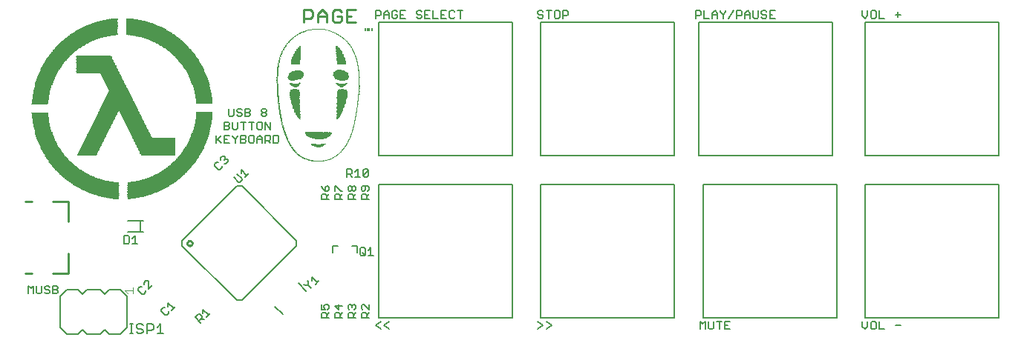
<source format=gto>
G75*
%MOIN*%
%OFA0B0*%
%FSLAX25Y25*%
%IPPOS*%
%LPD*%
%AMOC8*
5,1,8,0,0,1.08239X$1,22.5*
%
%ADD10C,0.00500*%
%ADD11R,0.00100X0.00100*%
%ADD12R,0.02400X0.00100*%
%ADD13R,0.02000X0.00100*%
%ADD14R,0.00700X0.00100*%
%ADD15R,0.01400X0.00100*%
%ADD16R,0.01100X0.00100*%
%ADD17R,0.01000X0.00100*%
%ADD18R,0.00800X0.00100*%
%ADD19R,0.00600X0.00100*%
%ADD20R,0.00500X0.00100*%
%ADD21R,0.00400X0.00100*%
%ADD22R,0.00300X0.00100*%
%ADD23R,0.00200X0.00100*%
%ADD24R,0.02800X0.00100*%
%ADD25R,0.03400X0.00100*%
%ADD26R,0.03800X0.00100*%
%ADD27R,0.04300X0.00100*%
%ADD28R,0.04700X0.00100*%
%ADD29R,0.05000X0.00100*%
%ADD30R,0.05300X0.00100*%
%ADD31R,0.05600X0.00100*%
%ADD32R,0.05800X0.00100*%
%ADD33R,0.02900X0.00100*%
%ADD34R,0.02100X0.00100*%
%ADD35R,0.02300X0.00100*%
%ADD36R,0.01900X0.00100*%
%ADD37R,0.01700X0.00100*%
%ADD38R,0.03900X0.00100*%
%ADD39R,0.04900X0.00100*%
%ADD40R,0.05900X0.00100*%
%ADD41R,0.06600X0.00100*%
%ADD42R,0.07100X0.00100*%
%ADD43R,0.07600X0.00100*%
%ADD44R,0.08200X0.00100*%
%ADD45R,0.08500X0.00100*%
%ADD46R,0.08900X0.00100*%
%ADD47R,0.09300X0.00100*%
%ADD48R,0.09500X0.00100*%
%ADD49R,0.09800X0.00100*%
%ADD50R,0.10100X0.00100*%
%ADD51R,0.10400X0.00100*%
%ADD52R,0.10600X0.00100*%
%ADD53R,0.10800X0.00100*%
%ADD54R,0.11000X0.00100*%
%ADD55R,0.11200X0.00100*%
%ADD56R,0.11300X0.00100*%
%ADD57R,0.11400X0.00100*%
%ADD58R,0.11600X0.00100*%
%ADD59R,0.11700X0.00100*%
%ADD60R,0.11900X0.00100*%
%ADD61R,0.12000X0.00100*%
%ADD62R,0.12100X0.00100*%
%ADD63R,0.08100X0.00100*%
%ADD64R,0.00900X0.00100*%
%ADD65R,0.01200X0.00100*%
%ADD66R,0.01300X0.00100*%
%ADD67R,0.01500X0.00100*%
%ADD68R,0.01600X0.00100*%
%ADD69R,0.01800X0.00100*%
%ADD70R,0.02200X0.00100*%
%ADD71R,0.02500X0.00100*%
%ADD72R,0.02700X0.00100*%
%ADD73R,0.02600X0.00100*%
%ADD74R,0.03000X0.00100*%
%ADD75R,0.03100X0.00100*%
%ADD76R,0.03200X0.00100*%
%ADD77R,0.03300X0.00100*%
%ADD78R,0.03500X0.00100*%
%ADD79R,0.03600X0.00100*%
%ADD80R,0.03700X0.00100*%
%ADD81R,0.04000X0.00100*%
%ADD82R,0.04100X0.00100*%
%ADD83R,0.04200X0.00100*%
%ADD84R,0.04400X0.00100*%
%ADD85R,0.04500X0.00100*%
%ADD86R,0.04600X0.00100*%
%ADD87R,0.04800X0.00100*%
%ADD88R,0.05100X0.00100*%
%ADD89R,0.05400X0.00100*%
%ADD90R,0.05700X0.00100*%
%ADD91R,0.06100X0.00100*%
%ADD92R,0.06000X0.00100*%
%ADD93R,0.06200X0.00100*%
%ADD94R,0.06300X0.00100*%
%ADD95R,0.06400X0.00100*%
%ADD96R,0.06500X0.00100*%
%ADD97R,0.06700X0.00100*%
%ADD98R,0.06900X0.00100*%
%ADD99R,0.06800X0.00100*%
%ADD100R,0.07000X0.00100*%
%ADD101R,0.05500X0.00100*%
%ADD102R,0.05200X0.00100*%
%ADD103R,0.07200X0.00100*%
%ADD104R,0.07500X0.00100*%
%ADD105R,0.07300X0.00100*%
%ADD106R,0.07900X0.00100*%
%ADD107R,0.09100X0.00100*%
%ADD108R,0.09700X0.00100*%
%ADD109R,0.08600X0.00100*%
%ADD110R,0.10300X0.00100*%
%ADD111R,0.10500X0.00100*%
%ADD112R,0.10900X0.00100*%
%ADD113R,0.09900X0.00100*%
%ADD114R,0.11100X0.00100*%
%ADD115R,0.10200X0.00100*%
%ADD116R,0.11500X0.00100*%
%ADD117R,0.12400X0.00100*%
%ADD118R,0.12600X0.00100*%
%ADD119R,0.12800X0.00100*%
%ADD120R,0.13100X0.00100*%
%ADD121R,0.13300X0.00100*%
%ADD122R,0.12500X0.00100*%
%ADD123R,0.13800X0.00100*%
%ADD124R,0.13000X0.00100*%
%ADD125R,0.14200X0.00100*%
%ADD126R,0.13200X0.00100*%
%ADD127R,0.14300X0.00100*%
%ADD128R,0.13400X0.00100*%
%ADD129R,0.14700X0.00100*%
%ADD130R,0.13700X0.00100*%
%ADD131R,0.14800X0.00100*%
%ADD132R,0.13900X0.00100*%
%ADD133R,0.15100X0.00100*%
%ADD134R,0.14100X0.00100*%
%ADD135R,0.15300X0.00100*%
%ADD136R,0.14500X0.00100*%
%ADD137R,0.15500X0.00100*%
%ADD138R,0.14600X0.00100*%
%ADD139R,0.15700X0.00100*%
%ADD140R,0.14900X0.00100*%
%ADD141R,0.16000X0.00100*%
%ADD142R,0.15000X0.00100*%
%ADD143R,0.16200X0.00100*%
%ADD144R,0.16300X0.00100*%
%ADD145R,0.15400X0.00100*%
%ADD146R,0.16600X0.00100*%
%ADD147R,0.16700X0.00100*%
%ADD148R,0.15800X0.00100*%
%ADD149R,0.16900X0.00100*%
%ADD150R,0.17200X0.00100*%
%ADD151R,0.17300X0.00100*%
%ADD152R,0.16400X0.00100*%
%ADD153R,0.17600X0.00100*%
%ADD154R,0.17900X0.00100*%
%ADD155R,0.17000X0.00100*%
%ADD156R,0.18000X0.00100*%
%ADD157R,0.17100X0.00100*%
%ADD158R,0.18300X0.00100*%
%ADD159R,0.18500X0.00100*%
%ADD160R,0.18700X0.00100*%
%ADD161R,0.19000X0.00100*%
%ADD162R,0.18200X0.00100*%
%ADD163R,0.19400X0.00100*%
%ADD164R,0.18400X0.00100*%
%ADD165R,0.19700X0.00100*%
%ADD166R,0.19600X0.00100*%
%ADD167R,0.20000X0.00100*%
%ADD168R,0.18900X0.00100*%
%ADD169R,0.20100X0.00100*%
%ADD170R,0.19300X0.00100*%
%ADD171R,0.20300X0.00100*%
%ADD172R,0.19200X0.00100*%
%ADD173R,0.20500X0.00100*%
%ADD174R,0.20800X0.00100*%
%ADD175R,0.19900X0.00100*%
%ADD176R,0.20900X0.00100*%
%ADD177R,0.21100X0.00100*%
%ADD178R,0.21400X0.00100*%
%ADD179R,0.20400X0.00100*%
%ADD180R,0.21600X0.00100*%
%ADD181R,0.20700X0.00100*%
%ADD182R,0.21200X0.00100*%
%ADD183R,0.18800X0.00100*%
%ADD184R,0.17700X0.00100*%
%ADD185R,0.17400X0.00100*%
%ADD186R,0.16100X0.00100*%
%ADD187R,0.15600X0.00100*%
%ADD188R,0.14400X0.00100*%
%ADD189R,0.14000X0.00100*%
%ADD190R,0.13600X0.00100*%
%ADD191R,0.13500X0.00100*%
%ADD192R,0.12900X0.00100*%
%ADD193R,0.12700X0.00100*%
%ADD194R,0.12300X0.00100*%
%ADD195R,0.12200X0.00100*%
%ADD196R,0.11800X0.00100*%
%ADD197R,0.10700X0.00100*%
%ADD198R,0.10000X0.00100*%
%ADD199R,0.09600X0.00100*%
%ADD200R,0.09400X0.00100*%
%ADD201R,0.09200X0.00100*%
%ADD202R,0.09000X0.00100*%
%ADD203R,0.08800X0.00100*%
%ADD204R,0.08700X0.00100*%
%ADD205R,0.15900X0.00100*%
%ADD206R,0.08400X0.00100*%
%ADD207R,0.16500X0.00100*%
%ADD208R,0.08300X0.00100*%
%ADD209R,0.16800X0.00100*%
%ADD210R,0.17500X0.00100*%
%ADD211R,0.17800X0.00100*%
%ADD212R,0.08000X0.00100*%
%ADD213R,0.18100X0.00100*%
%ADD214R,0.18600X0.00100*%
%ADD215R,0.07800X0.00100*%
%ADD216R,0.19100X0.00100*%
%ADD217R,0.07700X0.00100*%
%ADD218R,0.07400X0.00100*%
%ADD219R,0.15200X0.00100*%
%ADD220R,0.20200X0.00100*%
%ADD221R,0.21000X0.00100*%
%ADD222R,0.21300X0.00100*%
%ADD223R,0.20600X0.00100*%
%ADD224R,0.19500X0.00100*%
%ADD225R,0.19800X0.00100*%
%ADD226C,0.00800*%
%ADD227C,0.01000*%
%ADD228C,0.00300*%
%ADD229C,0.00600*%
%ADD230R,0.00591X0.01181*%
%ADD231R,0.01181X0.01181*%
%ADD232C,0.01100*%
D10*
X0031472Y0007500D02*
X0031472Y0021500D01*
X0034472Y0024500D01*
X0039472Y0024500D01*
X0041472Y0022500D01*
X0043472Y0024500D01*
X0049472Y0024500D01*
X0051472Y0022500D01*
X0053472Y0024500D01*
X0058472Y0024500D01*
X0061472Y0021500D01*
X0061472Y0007500D01*
X0058472Y0004500D01*
X0053472Y0004500D01*
X0051472Y0006500D01*
X0049472Y0004500D01*
X0043472Y0004500D01*
X0041472Y0006500D01*
X0039472Y0004500D01*
X0034472Y0004500D01*
X0031472Y0007500D01*
X0030023Y0022750D02*
X0028272Y0022750D01*
X0028272Y0026253D01*
X0030023Y0026253D01*
X0030607Y0025669D01*
X0030607Y0025085D01*
X0030023Y0024501D01*
X0028272Y0024501D01*
X0026924Y0023918D02*
X0026924Y0023334D01*
X0026340Y0022750D01*
X0025173Y0022750D01*
X0024589Y0023334D01*
X0025173Y0024501D02*
X0026340Y0024501D01*
X0026924Y0023918D01*
X0026924Y0025669D02*
X0026340Y0026253D01*
X0025173Y0026253D01*
X0024589Y0025669D01*
X0024589Y0025085D01*
X0025173Y0024501D01*
X0023241Y0023334D02*
X0023241Y0026253D01*
X0020906Y0026253D02*
X0020906Y0023334D01*
X0021489Y0022750D01*
X0022657Y0022750D01*
X0023241Y0023334D01*
X0019558Y0022750D02*
X0019558Y0026253D01*
X0018390Y0025085D01*
X0017222Y0026253D01*
X0017222Y0022750D01*
X0030023Y0022750D02*
X0030607Y0023334D01*
X0030607Y0023918D01*
X0030023Y0024501D01*
X0066578Y0024259D02*
X0068230Y0022608D01*
X0069055Y0022608D01*
X0069881Y0023434D01*
X0069881Y0024259D01*
X0071247Y0024799D02*
X0071247Y0028102D01*
X0070834Y0028515D01*
X0070008Y0028515D01*
X0069183Y0027689D01*
X0069183Y0026864D01*
X0068230Y0025911D02*
X0067404Y0025911D01*
X0066578Y0025085D01*
X0066578Y0024259D01*
X0071247Y0024799D02*
X0072898Y0026451D01*
X0079975Y0018682D02*
X0082452Y0016205D01*
X0081627Y0015379D02*
X0083278Y0017031D01*
X0079975Y0017031D02*
X0079975Y0018682D01*
X0078609Y0016490D02*
X0077784Y0016490D01*
X0076958Y0015665D01*
X0076958Y0014839D01*
X0078609Y0013188D01*
X0079435Y0013188D01*
X0080261Y0014013D01*
X0080261Y0014839D01*
X0092165Y0012172D02*
X0094642Y0009695D01*
X0093817Y0010521D02*
X0095055Y0011759D01*
X0095055Y0012585D01*
X0094230Y0013411D01*
X0093404Y0013411D01*
X0092165Y0012172D01*
X0094642Y0011346D02*
X0096294Y0011346D01*
X0097247Y0012299D02*
X0098898Y0013951D01*
X0098072Y0013125D02*
X0095595Y0015602D01*
X0095595Y0013951D01*
X0140981Y0026866D02*
X0141394Y0026453D01*
X0143045Y0026453D01*
X0144283Y0025215D01*
X0143045Y0026453D02*
X0143045Y0028105D01*
X0142632Y0028517D01*
X0144411Y0028645D02*
X0144411Y0030296D01*
X0146888Y0027819D01*
X0147713Y0028645D02*
X0146062Y0026993D01*
X0148719Y0017902D02*
X0148719Y0015567D01*
X0150471Y0015567D01*
X0149887Y0016735D01*
X0149887Y0017318D01*
X0150471Y0017902D01*
X0151639Y0017902D01*
X0152222Y0017318D01*
X0152222Y0016151D01*
X0151639Y0015567D01*
X0152222Y0014219D02*
X0151055Y0013051D01*
X0151055Y0013635D02*
X0151055Y0011884D01*
X0152222Y0011884D02*
X0148719Y0011884D01*
X0148719Y0013635D01*
X0149303Y0014219D01*
X0150471Y0014219D01*
X0151055Y0013635D01*
X0154719Y0013635D02*
X0154719Y0011884D01*
X0158222Y0011884D01*
X0157055Y0011884D02*
X0157055Y0013635D01*
X0156471Y0014219D01*
X0155303Y0014219D01*
X0154719Y0013635D01*
X0157055Y0013051D02*
X0158222Y0014219D01*
X0156471Y0015567D02*
X0156471Y0017902D01*
X0158222Y0017318D02*
X0154719Y0017318D01*
X0156471Y0015567D01*
X0160719Y0016151D02*
X0160719Y0017318D01*
X0161303Y0017902D01*
X0161887Y0017902D01*
X0162471Y0017318D01*
X0163055Y0017902D01*
X0163639Y0017902D01*
X0164222Y0017318D01*
X0164222Y0016151D01*
X0163639Y0015567D01*
X0164222Y0014219D02*
X0163055Y0013051D01*
X0163055Y0013635D02*
X0163055Y0011884D01*
X0164222Y0011884D02*
X0160719Y0011884D01*
X0160719Y0013635D01*
X0161303Y0014219D01*
X0162471Y0014219D01*
X0163055Y0013635D01*
X0166719Y0013635D02*
X0166719Y0011884D01*
X0170222Y0011884D01*
X0169055Y0011884D02*
X0169055Y0013635D01*
X0168471Y0014219D01*
X0167303Y0014219D01*
X0166719Y0013635D01*
X0169055Y0013051D02*
X0170222Y0014219D01*
X0170222Y0015567D02*
X0167887Y0017902D01*
X0167303Y0017902D01*
X0166719Y0017318D01*
X0166719Y0016151D01*
X0167303Y0015567D01*
X0170222Y0015567D02*
X0170222Y0017902D01*
X0162471Y0017318D02*
X0162471Y0016735D01*
X0161303Y0015567D02*
X0160719Y0016151D01*
X0174449Y0011996D02*
X0174449Y0071996D01*
X0234449Y0071996D01*
X0234449Y0011996D01*
X0174449Y0011996D01*
X0175538Y0010316D02*
X0173203Y0008564D01*
X0175538Y0006813D01*
X0176886Y0008564D02*
X0179221Y0006813D01*
X0176886Y0008564D02*
X0179221Y0010316D01*
X0246037Y0010316D02*
X0248373Y0008564D01*
X0246037Y0006813D01*
X0249721Y0006813D02*
X0252056Y0008564D01*
X0249721Y0010316D01*
X0247283Y0011996D02*
X0247283Y0071996D01*
X0307283Y0071996D01*
X0307283Y0011996D01*
X0247283Y0011996D01*
X0318872Y0010316D02*
X0318872Y0006813D01*
X0321207Y0006813D02*
X0321207Y0010316D01*
X0320040Y0009148D01*
X0318872Y0010316D01*
X0320118Y0011996D02*
X0320118Y0071996D01*
X0380118Y0071996D01*
X0380118Y0011996D01*
X0320118Y0011996D01*
X0322555Y0010316D02*
X0322555Y0007397D01*
X0323139Y0006813D01*
X0324307Y0006813D01*
X0324891Y0007397D01*
X0324891Y0010316D01*
X0326238Y0010316D02*
X0328574Y0010316D01*
X0327406Y0010316D02*
X0327406Y0006813D01*
X0329921Y0006813D02*
X0332257Y0006813D01*
X0331089Y0008564D02*
X0329921Y0008564D01*
X0329921Y0006813D02*
X0329921Y0010316D01*
X0332257Y0010316D01*
X0391707Y0010316D02*
X0391707Y0007981D01*
X0392874Y0006813D01*
X0394042Y0007981D01*
X0394042Y0010316D01*
X0395390Y0009732D02*
X0395390Y0007397D01*
X0395974Y0006813D01*
X0397141Y0006813D01*
X0397725Y0007397D01*
X0397725Y0009732D01*
X0397141Y0010316D01*
X0395974Y0010316D01*
X0395390Y0009732D01*
X0392953Y0011996D02*
X0392953Y0071996D01*
X0452953Y0071996D01*
X0452953Y0011996D01*
X0392953Y0011996D01*
X0399073Y0010316D02*
X0399073Y0006813D01*
X0401408Y0006813D01*
X0406439Y0008564D02*
X0408775Y0008564D01*
X0392953Y0084831D02*
X0392953Y0144831D01*
X0452953Y0144831D01*
X0452953Y0084831D01*
X0392953Y0084831D01*
X0378150Y0084831D02*
X0318150Y0084831D01*
X0318150Y0144831D01*
X0378150Y0144831D01*
X0378150Y0084831D01*
X0307283Y0084831D02*
X0247283Y0084831D01*
X0247283Y0144831D01*
X0307283Y0144831D01*
X0307283Y0084831D01*
X0234449Y0084831D02*
X0174449Y0084831D01*
X0174449Y0144831D01*
X0234449Y0144831D01*
X0234449Y0084831D01*
X0169924Y0078169D02*
X0169924Y0075834D01*
X0169340Y0075250D01*
X0168173Y0075250D01*
X0167589Y0075834D01*
X0169924Y0078169D01*
X0169340Y0078753D01*
X0168173Y0078753D01*
X0167589Y0078169D01*
X0167589Y0075834D01*
X0166241Y0075250D02*
X0163906Y0075250D01*
X0165073Y0075250D02*
X0165073Y0078753D01*
X0163906Y0077585D01*
X0162558Y0078169D02*
X0162558Y0077001D01*
X0161974Y0076418D01*
X0160222Y0076418D01*
X0160222Y0075250D02*
X0160222Y0078753D01*
X0161974Y0078753D01*
X0162558Y0078169D01*
X0161390Y0076418D02*
X0162558Y0075250D01*
X0163055Y0071268D02*
X0163639Y0071268D01*
X0164222Y0070685D01*
X0164222Y0069517D01*
X0163639Y0068933D01*
X0163055Y0068933D01*
X0162471Y0069517D01*
X0162471Y0070685D01*
X0163055Y0071268D01*
X0162471Y0070685D02*
X0161887Y0071268D01*
X0161303Y0071268D01*
X0160719Y0070685D01*
X0160719Y0069517D01*
X0161303Y0068933D01*
X0161887Y0068933D01*
X0162471Y0069517D01*
X0162471Y0067585D02*
X0163055Y0067001D01*
X0163055Y0065250D01*
X0164222Y0065250D02*
X0160719Y0065250D01*
X0160719Y0067001D01*
X0161303Y0067585D01*
X0162471Y0067585D01*
X0163055Y0066418D02*
X0164222Y0067585D01*
X0166719Y0067001D02*
X0166719Y0065250D01*
X0170222Y0065250D01*
X0169055Y0065250D02*
X0169055Y0067001D01*
X0168471Y0067585D01*
X0167303Y0067585D01*
X0166719Y0067001D01*
X0167303Y0068933D02*
X0167887Y0068933D01*
X0168471Y0069517D01*
X0168471Y0071268D01*
X0169639Y0071268D02*
X0167303Y0071268D01*
X0166719Y0070685D01*
X0166719Y0069517D01*
X0167303Y0068933D01*
X0169639Y0068933D02*
X0170222Y0069517D01*
X0170222Y0070685D01*
X0169639Y0071268D01*
X0170222Y0067585D02*
X0169055Y0066418D01*
X0158222Y0067585D02*
X0157055Y0066418D01*
X0157055Y0067001D02*
X0157055Y0065250D01*
X0158222Y0065250D02*
X0154719Y0065250D01*
X0154719Y0067001D01*
X0155303Y0067585D01*
X0156471Y0067585D01*
X0157055Y0067001D01*
X0157639Y0068933D02*
X0158222Y0068933D01*
X0157639Y0068933D02*
X0155303Y0071268D01*
X0154719Y0071268D01*
X0154719Y0068933D01*
X0152222Y0069517D02*
X0152222Y0070685D01*
X0151639Y0071268D01*
X0151055Y0071268D01*
X0150471Y0070685D01*
X0150471Y0068933D01*
X0151639Y0068933D01*
X0152222Y0069517D01*
X0150471Y0068933D02*
X0149303Y0070101D01*
X0148719Y0071268D01*
X0149303Y0067585D02*
X0150471Y0067585D01*
X0151055Y0067001D01*
X0151055Y0065250D01*
X0152222Y0065250D02*
X0148719Y0065250D01*
X0148719Y0067001D01*
X0149303Y0067585D01*
X0151055Y0066418D02*
X0152222Y0067585D01*
X0116115Y0076867D02*
X0114464Y0075215D01*
X0115290Y0076041D02*
X0112813Y0078518D01*
X0112813Y0076867D01*
X0111034Y0076739D02*
X0113098Y0074675D01*
X0113098Y0073849D01*
X0112273Y0073024D01*
X0111447Y0073024D01*
X0109383Y0075088D01*
X0104205Y0079502D02*
X0103379Y0078676D01*
X0102554Y0078676D01*
X0100902Y0080328D01*
X0100902Y0081153D01*
X0101728Y0081979D01*
X0102554Y0081979D01*
X0103507Y0082932D02*
X0103507Y0083758D01*
X0104332Y0084583D01*
X0105158Y0084583D01*
X0105571Y0084171D01*
X0105571Y0083345D01*
X0106397Y0083345D01*
X0106809Y0082932D01*
X0106809Y0082106D01*
X0105984Y0081281D01*
X0105158Y0081281D01*
X0104205Y0080328D02*
X0104205Y0079502D01*
X0105158Y0082932D02*
X0105571Y0083345D01*
X0105273Y0090550D02*
X0107608Y0090550D01*
X0106441Y0092301D02*
X0105273Y0092301D01*
X0105273Y0090550D02*
X0105273Y0094053D01*
X0107608Y0094053D01*
X0108956Y0094053D02*
X0108956Y0093469D01*
X0110124Y0092301D01*
X0110124Y0090550D01*
X0110124Y0092301D02*
X0111291Y0093469D01*
X0111291Y0094053D01*
X0112639Y0094053D02*
X0114391Y0094053D01*
X0114975Y0093469D01*
X0114975Y0092885D01*
X0114391Y0092301D01*
X0112639Y0092301D01*
X0112639Y0090550D02*
X0114391Y0090550D01*
X0114975Y0091134D01*
X0114975Y0091718D01*
X0114391Y0092301D01*
X0116322Y0091134D02*
X0116906Y0090550D01*
X0118074Y0090550D01*
X0118658Y0091134D01*
X0118658Y0093469D01*
X0118074Y0094053D01*
X0116906Y0094053D01*
X0116322Y0093469D01*
X0116322Y0091134D01*
X0112639Y0090550D02*
X0112639Y0094053D01*
X0113807Y0096550D02*
X0113807Y0100053D01*
X0112639Y0100053D02*
X0114975Y0100053D01*
X0116322Y0100053D02*
X0118658Y0100053D01*
X0117490Y0100053D02*
X0117490Y0096550D01*
X0120006Y0097134D02*
X0120589Y0096550D01*
X0121757Y0096550D01*
X0122341Y0097134D01*
X0122341Y0099469D01*
X0121757Y0100053D01*
X0120589Y0100053D01*
X0120006Y0099469D01*
X0120006Y0097134D01*
X0123689Y0096550D02*
X0123689Y0100053D01*
X0126024Y0096550D01*
X0126024Y0100053D01*
X0123599Y0102550D02*
X0122431Y0102550D01*
X0121847Y0103134D01*
X0121847Y0103718D01*
X0122431Y0104301D01*
X0123599Y0104301D01*
X0124182Y0103718D01*
X0124182Y0103134D01*
X0123599Y0102550D01*
X0123599Y0104301D02*
X0124182Y0104885D01*
X0124182Y0105469D01*
X0123599Y0106053D01*
X0122431Y0106053D01*
X0121847Y0105469D01*
X0121847Y0104885D01*
X0122431Y0104301D01*
X0116816Y0103718D02*
X0116816Y0103134D01*
X0116232Y0102550D01*
X0114481Y0102550D01*
X0114481Y0106053D01*
X0116232Y0106053D01*
X0116816Y0105469D01*
X0116816Y0104885D01*
X0116232Y0104301D01*
X0114481Y0104301D01*
X0113133Y0103718D02*
X0113133Y0103134D01*
X0112549Y0102550D01*
X0111382Y0102550D01*
X0110798Y0103134D01*
X0111382Y0104301D02*
X0112549Y0104301D01*
X0113133Y0103718D01*
X0113133Y0105469D02*
X0112549Y0106053D01*
X0111382Y0106053D01*
X0110798Y0105469D01*
X0110798Y0104885D01*
X0111382Y0104301D01*
X0109450Y0103134D02*
X0109450Y0106053D01*
X0107115Y0106053D02*
X0107115Y0103134D01*
X0107698Y0102550D01*
X0108866Y0102550D01*
X0109450Y0103134D01*
X0108956Y0100053D02*
X0108956Y0097134D01*
X0109540Y0096550D01*
X0110708Y0096550D01*
X0111291Y0097134D01*
X0111291Y0100053D01*
X0107608Y0099469D02*
X0107608Y0098885D01*
X0107024Y0098301D01*
X0105273Y0098301D01*
X0105273Y0096550D02*
X0107024Y0096550D01*
X0107608Y0097134D01*
X0107608Y0097718D01*
X0107024Y0098301D01*
X0107608Y0099469D02*
X0107024Y0100053D01*
X0105273Y0100053D01*
X0105273Y0096550D01*
X0103925Y0094053D02*
X0101590Y0091718D01*
X0102174Y0092301D02*
X0103925Y0090550D01*
X0101590Y0090550D02*
X0101590Y0094053D01*
X0120006Y0092885D02*
X0120006Y0090550D01*
X0120006Y0092301D02*
X0122341Y0092301D01*
X0122341Y0092885D02*
X0122341Y0090550D01*
X0123689Y0090550D02*
X0123689Y0094053D01*
X0125440Y0094053D01*
X0126024Y0093469D01*
X0126024Y0092301D01*
X0125440Y0091718D01*
X0123689Y0091718D01*
X0124856Y0091718D02*
X0126024Y0090550D01*
X0127372Y0090550D02*
X0129123Y0090550D01*
X0129707Y0091134D01*
X0129707Y0093469D01*
X0129123Y0094053D01*
X0127372Y0094053D01*
X0127372Y0090550D01*
X0122341Y0092885D02*
X0121173Y0094053D01*
X0120006Y0092885D01*
X0116816Y0103718D02*
X0116232Y0104301D01*
X0173203Y0146577D02*
X0173203Y0150080D01*
X0174954Y0150080D01*
X0175538Y0149496D01*
X0175538Y0148328D01*
X0174954Y0147744D01*
X0173203Y0147744D01*
X0176886Y0148328D02*
X0179221Y0148328D01*
X0179221Y0148912D02*
X0179221Y0146577D01*
X0180569Y0147161D02*
X0181153Y0146577D01*
X0182321Y0146577D01*
X0182904Y0147161D01*
X0182904Y0148328D01*
X0181737Y0148328D01*
X0182904Y0149496D02*
X0182321Y0150080D01*
X0181153Y0150080D01*
X0180569Y0149496D01*
X0180569Y0147161D01*
X0179221Y0148912D02*
X0178054Y0150080D01*
X0176886Y0148912D01*
X0176886Y0146577D01*
X0184252Y0146577D02*
X0186588Y0146577D01*
X0185420Y0148328D02*
X0184252Y0148328D01*
X0184252Y0146577D02*
X0184252Y0150080D01*
X0186588Y0150080D01*
X0191618Y0149496D02*
X0191618Y0148912D01*
X0192202Y0148328D01*
X0193370Y0148328D01*
X0193954Y0147744D01*
X0193954Y0147161D01*
X0193370Y0146577D01*
X0192202Y0146577D01*
X0191618Y0147161D01*
X0191618Y0149496D02*
X0192202Y0150080D01*
X0193370Y0150080D01*
X0193954Y0149496D01*
X0195302Y0150080D02*
X0195302Y0146577D01*
X0197637Y0146577D01*
X0198985Y0146577D02*
X0201320Y0146577D01*
X0202668Y0146577D02*
X0205003Y0146577D01*
X0206351Y0147161D02*
X0206935Y0146577D01*
X0208103Y0146577D01*
X0208686Y0147161D01*
X0208686Y0149496D02*
X0208103Y0150080D01*
X0206935Y0150080D01*
X0206351Y0149496D01*
X0206351Y0147161D01*
X0203836Y0148328D02*
X0202668Y0148328D01*
X0202668Y0146577D02*
X0202668Y0150080D01*
X0205003Y0150080D01*
X0210034Y0150080D02*
X0212370Y0150080D01*
X0211202Y0150080D02*
X0211202Y0146577D01*
X0198985Y0146577D02*
X0198985Y0150080D01*
X0197637Y0150080D02*
X0195302Y0150080D01*
X0195302Y0148328D02*
X0196469Y0148328D01*
X0246037Y0148912D02*
X0246621Y0148328D01*
X0247789Y0148328D01*
X0248373Y0147744D01*
X0248373Y0147161D01*
X0247789Y0146577D01*
X0246621Y0146577D01*
X0246037Y0147161D01*
X0246037Y0148912D02*
X0246037Y0149496D01*
X0246621Y0150080D01*
X0247789Y0150080D01*
X0248373Y0149496D01*
X0249721Y0150080D02*
X0252056Y0150080D01*
X0250888Y0150080D02*
X0250888Y0146577D01*
X0253404Y0147161D02*
X0253988Y0146577D01*
X0255155Y0146577D01*
X0255739Y0147161D01*
X0255739Y0149496D01*
X0255155Y0150080D01*
X0253988Y0150080D01*
X0253404Y0149496D01*
X0253404Y0147161D01*
X0257087Y0147744D02*
X0258838Y0147744D01*
X0259422Y0148328D01*
X0259422Y0149496D01*
X0258838Y0150080D01*
X0257087Y0150080D01*
X0257087Y0146577D01*
X0316904Y0146577D02*
X0316904Y0150080D01*
X0318655Y0150080D01*
X0319239Y0149496D01*
X0319239Y0148328D01*
X0318655Y0147744D01*
X0316904Y0147744D01*
X0320587Y0146577D02*
X0322922Y0146577D01*
X0324270Y0146577D02*
X0324270Y0148912D01*
X0325437Y0150080D01*
X0326605Y0148912D01*
X0326605Y0146577D01*
X0326605Y0148328D02*
X0324270Y0148328D01*
X0327953Y0149496D02*
X0329121Y0148328D01*
X0329121Y0146577D01*
X0329121Y0148328D02*
X0330288Y0149496D01*
X0330288Y0150080D01*
X0327953Y0150080D02*
X0327953Y0149496D01*
X0331636Y0146577D02*
X0333971Y0150080D01*
X0335319Y0150080D02*
X0337071Y0150080D01*
X0337655Y0149496D01*
X0337655Y0148328D01*
X0337071Y0147744D01*
X0335319Y0147744D01*
X0335319Y0146577D02*
X0335319Y0150080D01*
X0339002Y0148912D02*
X0340170Y0150080D01*
X0341338Y0148912D01*
X0341338Y0146577D01*
X0342686Y0147161D02*
X0343269Y0146577D01*
X0344437Y0146577D01*
X0345021Y0147161D01*
X0345021Y0150080D01*
X0346369Y0149496D02*
X0346953Y0150080D01*
X0348120Y0150080D01*
X0348704Y0149496D01*
X0348120Y0148328D02*
X0346953Y0148328D01*
X0346369Y0148912D01*
X0346369Y0149496D01*
X0348120Y0148328D02*
X0348704Y0147744D01*
X0348704Y0147161D01*
X0348120Y0146577D01*
X0346953Y0146577D01*
X0346369Y0147161D01*
X0342686Y0147161D02*
X0342686Y0150080D01*
X0339002Y0148912D02*
X0339002Y0146577D01*
X0339002Y0148328D02*
X0341338Y0148328D01*
X0350052Y0148328D02*
X0351220Y0148328D01*
X0350052Y0146577D02*
X0352387Y0146577D01*
X0350052Y0146577D02*
X0350052Y0150080D01*
X0352387Y0150080D01*
X0320587Y0150080D02*
X0320587Y0146577D01*
X0391707Y0147744D02*
X0392874Y0146577D01*
X0394042Y0147744D01*
X0394042Y0150080D01*
X0395390Y0149496D02*
X0395974Y0150080D01*
X0397141Y0150080D01*
X0397725Y0149496D01*
X0397725Y0147161D01*
X0397141Y0146577D01*
X0395974Y0146577D01*
X0395390Y0147161D01*
X0395390Y0149496D01*
X0399073Y0150080D02*
X0399073Y0146577D01*
X0401408Y0146577D01*
X0406439Y0148328D02*
X0408775Y0148328D01*
X0407607Y0149496D02*
X0407607Y0147161D01*
X0391707Y0147744D02*
X0391707Y0150080D01*
X0170923Y0043453D02*
X0170923Y0039950D01*
X0169756Y0039950D02*
X0172091Y0039950D01*
X0168408Y0039950D02*
X0167240Y0041118D01*
X0166656Y0039950D02*
X0166072Y0040534D01*
X0166072Y0042869D01*
X0166656Y0043453D01*
X0167824Y0043453D01*
X0168408Y0042869D01*
X0168408Y0040534D01*
X0167824Y0039950D01*
X0166656Y0039950D01*
X0169756Y0042285D02*
X0170923Y0043453D01*
X0066375Y0045250D02*
X0064039Y0045250D01*
X0065207Y0045250D02*
X0065207Y0048753D01*
X0064039Y0047585D01*
X0062691Y0048169D02*
X0062691Y0045834D01*
X0062108Y0045250D01*
X0060356Y0045250D01*
X0060356Y0048753D01*
X0062108Y0048753D01*
X0062691Y0048169D01*
D11*
X0063072Y0065400D03*
X0065472Y0065700D03*
X0067172Y0066000D03*
X0068572Y0066300D03*
X0070172Y0066700D03*
X0072572Y0067400D03*
X0057772Y0065300D03*
X0057572Y0065300D03*
X0057372Y0065300D03*
X0057172Y0065300D03*
X0055872Y0065400D03*
X0055472Y0065400D03*
X0053372Y0065700D03*
X0052172Y0065900D03*
X0051572Y0066000D03*
X0046872Y0067200D03*
X0044972Y0067900D03*
X0050472Y0073800D03*
X0050772Y0073700D03*
X0053972Y0073000D03*
X0054872Y0072900D03*
X0055372Y0072800D03*
X0055672Y0072800D03*
X0056372Y0072700D03*
X0062372Y0072700D03*
X0063572Y0072800D03*
X0064072Y0072900D03*
X0065972Y0073200D03*
X0066372Y0073300D03*
X0068472Y0073800D03*
X0074172Y0076000D03*
X0077372Y0084900D03*
X0077272Y0092700D03*
X0077072Y0092700D03*
X0076872Y0092700D03*
X0076672Y0092700D03*
X0076472Y0092700D03*
X0075872Y0092700D03*
X0075272Y0092700D03*
X0074672Y0092700D03*
X0074172Y0092700D03*
X0073872Y0092700D03*
X0073372Y0092700D03*
X0073072Y0092700D03*
X0077472Y0092700D03*
X0077672Y0092700D03*
X0078272Y0092700D03*
X0078872Y0092700D03*
X0079072Y0092700D03*
X0079272Y0092700D03*
X0079472Y0092700D03*
X0079672Y0092700D03*
X0079872Y0092700D03*
X0080072Y0092700D03*
X0081872Y0092700D03*
X0082272Y0092700D03*
X0082772Y0092700D03*
X0092872Y0104200D03*
X0093072Y0104200D03*
X0093272Y0104200D03*
X0094072Y0104200D03*
X0094372Y0104200D03*
X0094572Y0104200D03*
X0094772Y0104200D03*
X0094972Y0104200D03*
X0095172Y0104200D03*
X0095372Y0104200D03*
X0095572Y0104200D03*
X0096172Y0104200D03*
X0096372Y0104200D03*
X0096872Y0104200D03*
X0097072Y0104200D03*
X0097272Y0104200D03*
X0098072Y0104200D03*
X0098272Y0104200D03*
X0098472Y0104200D03*
X0099172Y0104200D03*
X0099372Y0104200D03*
X0099572Y0104200D03*
X0099772Y0104200D03*
X0099672Y0108200D03*
X0099872Y0108200D03*
X0098972Y0108200D03*
X0098672Y0108200D03*
X0097872Y0108200D03*
X0096372Y0108200D03*
X0096172Y0108200D03*
X0095572Y0108200D03*
X0095372Y0108200D03*
X0094772Y0108200D03*
X0094572Y0108200D03*
X0093872Y0108200D03*
X0092772Y0108200D03*
X0135572Y0118600D03*
X0136072Y0118600D03*
X0137672Y0118800D03*
X0137272Y0116900D03*
X0137572Y0115600D03*
X0136872Y0115600D03*
X0136672Y0114600D03*
X0137272Y0114600D03*
X0139372Y0117600D03*
X0137972Y0123000D03*
X0155672Y0117300D03*
X0157372Y0118600D03*
X0157272Y0114500D03*
X0157872Y0123100D03*
X0156772Y0123200D03*
X0161972Y0134200D03*
X0161672Y0134600D03*
X0161272Y0135100D03*
X0160772Y0135700D03*
X0160472Y0136000D03*
X0160272Y0136200D03*
X0159872Y0136600D03*
X0159272Y0137100D03*
X0158972Y0137400D03*
X0158472Y0137800D03*
X0158172Y0138000D03*
X0157272Y0138600D03*
X0156972Y0138800D03*
X0155572Y0139600D03*
X0153872Y0140400D03*
X0149272Y0141600D03*
X0149172Y0141500D03*
X0147672Y0141700D03*
X0147472Y0141600D03*
X0079072Y0141400D03*
X0066372Y0138400D03*
X0064872Y0138700D03*
X0064172Y0138800D03*
X0063372Y0138900D03*
X0062472Y0139000D03*
X0061472Y0139100D03*
X0056472Y0139000D03*
X0054872Y0138800D03*
X0054572Y0138800D03*
X0052572Y0138400D03*
X0045472Y0144000D03*
X0051672Y0145700D03*
X0053972Y0146100D03*
X0061472Y0146400D03*
X0061672Y0146400D03*
X0063272Y0146300D03*
X0066172Y0145900D03*
X0076172Y0134600D03*
X0049172Y0121800D03*
X0049072Y0121900D03*
X0048872Y0121900D03*
X0048272Y0121900D03*
X0047672Y0121900D03*
X0046172Y0121900D03*
X0045672Y0121900D03*
X0045072Y0121900D03*
X0044472Y0121900D03*
X0042972Y0121900D03*
X0042472Y0121900D03*
X0041872Y0121900D03*
X0040972Y0121900D03*
X0040372Y0121900D03*
X0039572Y0121900D03*
X0025672Y0108000D03*
X0025072Y0108000D03*
X0024572Y0108000D03*
X0023172Y0108000D03*
X0022972Y0108000D03*
X0021672Y0108000D03*
X0021472Y0108000D03*
X0020872Y0108000D03*
X0020372Y0108000D03*
X0020172Y0108000D03*
X0019172Y0108000D03*
X0018972Y0108000D03*
X0019272Y0104000D03*
X0019572Y0104000D03*
X0019872Y0104000D03*
X0020072Y0104000D03*
X0020372Y0104000D03*
X0020672Y0104000D03*
X0020872Y0104000D03*
X0021272Y0104000D03*
X0021672Y0104000D03*
X0021872Y0104000D03*
X0022072Y0104000D03*
X0022472Y0104000D03*
X0022672Y0104000D03*
X0022972Y0104000D03*
X0023272Y0104000D03*
X0023472Y0104000D03*
X0023672Y0104000D03*
X0023872Y0104000D03*
X0024072Y0104000D03*
X0024372Y0104000D03*
X0024672Y0104000D03*
X0024872Y0104000D03*
X0025172Y0104000D03*
X0025572Y0104000D03*
X0025772Y0104000D03*
X0026072Y0104000D03*
X0139272Y0101100D03*
X0143972Y0095200D03*
X0144472Y0095200D03*
X0144772Y0095200D03*
X0145172Y0095200D03*
X0145672Y0095200D03*
X0150672Y0095100D03*
X0150872Y0095100D03*
X0151172Y0095100D03*
X0152572Y0095100D03*
X0152872Y0095100D03*
X0147072Y0092300D03*
X0146872Y0092300D03*
X0145472Y0090000D03*
X0147072Y0088600D03*
X0147372Y0088600D03*
X0147572Y0088600D03*
X0148172Y0089700D03*
X0157872Y0086600D03*
X0158072Y0086800D03*
X0158672Y0087500D03*
X0159072Y0088000D03*
X0159372Y0088400D03*
X0159572Y0088700D03*
X0159872Y0089100D03*
X0160072Y0089400D03*
X0160172Y0089600D03*
X0160372Y0089900D03*
X0160472Y0090100D03*
X0160672Y0090400D03*
X0160772Y0090600D03*
X0160872Y0090800D03*
X0160972Y0091000D03*
X0161272Y0091500D03*
X0161372Y0091800D03*
X0161572Y0092200D03*
X0161672Y0092400D03*
X0161872Y0092900D03*
X0161972Y0093100D03*
X0162072Y0093400D03*
X0162172Y0093700D03*
X0162272Y0093900D03*
X0162372Y0094200D03*
X0162472Y0094500D03*
X0162572Y0094800D03*
X0162772Y0095400D03*
X0162872Y0095700D03*
X0163072Y0096400D03*
X0163372Y0097500D03*
X0155772Y0101100D03*
X0156672Y0085400D03*
X0150472Y0082600D03*
X0149972Y0082500D03*
X0149172Y0082400D03*
X0148072Y0082300D03*
X0146172Y0082200D03*
X0145972Y0082400D03*
X0145872Y0082200D03*
X0145072Y0082500D03*
X0144472Y0082400D03*
X0143972Y0082700D03*
X0143072Y0082700D03*
D12*
X0147522Y0082200D03*
X0138022Y0104300D03*
X0138022Y0104400D03*
X0156922Y0104400D03*
X0157022Y0104700D03*
X0156722Y0131700D03*
X0156622Y0131800D03*
X0138322Y0131600D03*
X0138322Y0131500D03*
X0056022Y0146200D03*
D13*
X0138522Y0132100D03*
X0156422Y0132400D03*
X0156522Y0132200D03*
X0138222Y0122900D03*
X0137122Y0115800D03*
X0136922Y0114500D03*
X0157922Y0115900D03*
X0156722Y0103600D03*
X0156722Y0103500D03*
X0138222Y0103600D03*
X0147422Y0088700D03*
X0146122Y0082300D03*
D14*
X0147572Y0082300D03*
X0151372Y0082700D03*
X0142772Y0082900D03*
X0142472Y0083000D03*
X0141872Y0083200D03*
X0150172Y0095100D03*
X0138972Y0101600D03*
X0138872Y0117100D03*
X0135072Y0117200D03*
X0156072Y0117100D03*
X0159872Y0117100D03*
X0155772Y0133700D03*
X0139272Y0133600D03*
X0144872Y0141500D03*
X0077872Y0084900D03*
X0062272Y0065400D03*
D15*
X0148922Y0082300D03*
X0156422Y0102400D03*
X0156422Y0102500D03*
X0138622Y0102500D03*
X0138622Y0102400D03*
X0137122Y0115700D03*
X0159422Y0116900D03*
X0138922Y0132900D03*
X0156122Y0133100D03*
D16*
X0155972Y0133400D03*
X0148572Y0141600D03*
X0138772Y0102100D03*
X0138772Y0102000D03*
X0156272Y0102000D03*
X0156272Y0101900D03*
X0148172Y0092300D03*
X0149972Y0090000D03*
X0145172Y0082400D03*
D17*
X0144422Y0082500D03*
X0144022Y0082600D03*
X0149822Y0082400D03*
X0156222Y0101800D03*
X0138822Y0101900D03*
X0159622Y0117000D03*
X0155922Y0133500D03*
X0139122Y0133400D03*
D18*
X0139122Y0133500D03*
X0138922Y0101700D03*
X0156022Y0101500D03*
X0156122Y0101600D03*
X0144922Y0090000D03*
X0143122Y0082800D03*
X0150522Y0082500D03*
X0082322Y0084900D03*
X0081322Y0084900D03*
X0078722Y0084900D03*
D19*
X0139022Y0101500D03*
X0155922Y0101300D03*
X0156022Y0101400D03*
X0157922Y0115600D03*
X0156222Y0126000D03*
X0155722Y0133800D03*
X0139222Y0133700D03*
X0143622Y0141300D03*
X0144222Y0141400D03*
X0141322Y0083400D03*
X0141622Y0083300D03*
X0142122Y0083100D03*
X0143522Y0082700D03*
X0151022Y0082600D03*
D20*
X0151772Y0082800D03*
X0152072Y0082900D03*
X0152472Y0083000D03*
X0153272Y0083300D03*
X0141072Y0083500D03*
X0140872Y0083600D03*
X0140672Y0083700D03*
X0140472Y0083800D03*
X0140272Y0083900D03*
X0140072Y0084000D03*
X0139572Y0084300D03*
X0139272Y0084500D03*
X0138972Y0084700D03*
X0138772Y0084800D03*
X0139072Y0101400D03*
X0155872Y0101200D03*
X0155872Y0117200D03*
X0160072Y0117200D03*
X0138972Y0117200D03*
X0129072Y0117000D03*
X0156872Y0126000D03*
X0139372Y0133800D03*
X0142372Y0141000D03*
X0147072Y0141600D03*
X0150772Y0141400D03*
X0080572Y0084900D03*
X0079972Y0084900D03*
D21*
X0079422Y0084900D03*
X0131522Y0098000D03*
X0131522Y0098100D03*
X0131422Y0098400D03*
X0131322Y0098800D03*
X0131322Y0098900D03*
X0131122Y0099600D03*
X0131122Y0099700D03*
X0131022Y0100100D03*
X0131022Y0100200D03*
X0130922Y0100500D03*
X0130922Y0100700D03*
X0130822Y0100900D03*
X0130822Y0101100D03*
X0130722Y0101500D03*
X0130722Y0101600D03*
X0130622Y0101900D03*
X0130622Y0102100D03*
X0130622Y0102200D03*
X0130522Y0102600D03*
X0130522Y0102700D03*
X0130522Y0102800D03*
X0130422Y0103100D03*
X0130422Y0103200D03*
X0130322Y0103700D03*
X0130322Y0103800D03*
X0130322Y0103900D03*
X0130322Y0104000D03*
X0130222Y0104300D03*
X0130222Y0104500D03*
X0130122Y0104900D03*
X0130122Y0105100D03*
X0130122Y0105300D03*
X0130022Y0105600D03*
X0130022Y0105800D03*
X0129922Y0106300D03*
X0129922Y0106500D03*
X0129922Y0106600D03*
X0129922Y0106700D03*
X0129922Y0106800D03*
X0129822Y0107100D03*
X0129822Y0107300D03*
X0129822Y0107400D03*
X0129722Y0107900D03*
X0129722Y0108000D03*
X0129722Y0108100D03*
X0129722Y0108200D03*
X0129722Y0108400D03*
X0129622Y0108800D03*
X0129622Y0109000D03*
X0129622Y0109100D03*
X0129622Y0109200D03*
X0129622Y0109400D03*
X0129522Y0109700D03*
X0129522Y0109900D03*
X0129522Y0110000D03*
X0129522Y0110100D03*
X0129522Y0110200D03*
X0129522Y0110300D03*
X0129522Y0110500D03*
X0129422Y0110900D03*
X0129422Y0111100D03*
X0129422Y0111200D03*
X0129422Y0111500D03*
X0129322Y0111700D03*
X0129322Y0112000D03*
X0129322Y0112300D03*
X0129322Y0112400D03*
X0129322Y0112500D03*
X0129322Y0112700D03*
X0129322Y0112900D03*
X0129222Y0113300D03*
X0129222Y0113500D03*
X0129222Y0113700D03*
X0129222Y0113800D03*
X0129222Y0114000D03*
X0129222Y0114200D03*
X0129222Y0114600D03*
X0129122Y0114700D03*
X0129122Y0115000D03*
X0129122Y0115100D03*
X0129122Y0115300D03*
X0129122Y0115400D03*
X0129122Y0115600D03*
X0129122Y0115700D03*
X0129122Y0115800D03*
X0129122Y0116100D03*
X0129122Y0116200D03*
X0129122Y0116700D03*
X0129022Y0117700D03*
X0129022Y0118300D03*
X0129022Y0118500D03*
X0129022Y0118900D03*
X0129022Y0119500D03*
X0129022Y0119900D03*
X0129122Y0120600D03*
X0129122Y0120800D03*
X0129122Y0121100D03*
X0129122Y0121300D03*
X0129122Y0121500D03*
X0129122Y0121700D03*
X0129122Y0121900D03*
X0129122Y0122100D03*
X0129222Y0122700D03*
X0129222Y0122900D03*
X0129222Y0123000D03*
X0129222Y0123200D03*
X0129322Y0123700D03*
X0129322Y0123900D03*
X0129322Y0124000D03*
X0129322Y0124200D03*
X0129422Y0124600D03*
X0129422Y0124700D03*
X0129422Y0124900D03*
X0129522Y0125300D03*
X0129522Y0125400D03*
X0129622Y0125900D03*
X0129622Y0126000D03*
X0129722Y0126500D03*
X0129822Y0126900D03*
X0129922Y0127300D03*
X0130022Y0127700D03*
X0130122Y0128100D03*
X0130222Y0128400D03*
X0130422Y0129100D03*
X0130522Y0129400D03*
X0130822Y0130200D03*
X0131022Y0130700D03*
X0131122Y0130900D03*
X0131722Y0132100D03*
X0131922Y0132500D03*
X0132522Y0133500D03*
X0132722Y0133800D03*
X0134222Y0135700D03*
X0135722Y0137200D03*
X0138222Y0139100D03*
X0139222Y0139700D03*
X0139622Y0139900D03*
X0140022Y0140100D03*
X0140222Y0140200D03*
X0140722Y0140400D03*
X0141422Y0140700D03*
X0141722Y0140800D03*
X0142022Y0140900D03*
X0142722Y0141100D03*
X0143122Y0141200D03*
X0150222Y0141500D03*
X0155622Y0133900D03*
X0165922Y0119800D03*
X0165922Y0116100D03*
X0165922Y0115800D03*
X0165922Y0115500D03*
X0165922Y0114900D03*
X0165822Y0113700D03*
X0165822Y0113600D03*
X0165722Y0112400D03*
X0165222Y0107800D03*
X0139122Y0101300D03*
X0131622Y0097700D03*
X0131722Y0097300D03*
X0131822Y0097000D03*
X0131922Y0096600D03*
X0132022Y0096300D03*
X0132122Y0096000D03*
X0132222Y0095700D03*
X0132322Y0095400D03*
X0132322Y0095300D03*
X0132422Y0095100D03*
X0132522Y0094800D03*
X0132622Y0094500D03*
X0132722Y0094200D03*
X0132822Y0094000D03*
X0132922Y0093700D03*
X0133022Y0093500D03*
X0133122Y0093200D03*
X0133222Y0093000D03*
X0133422Y0092500D03*
X0133522Y0092300D03*
X0133622Y0092100D03*
X0133922Y0091400D03*
X0134122Y0091000D03*
X0134322Y0090700D03*
X0134522Y0090300D03*
X0134622Y0090100D03*
X0134922Y0089600D03*
X0135022Y0089400D03*
X0135222Y0089100D03*
X0135522Y0088600D03*
X0135722Y0088300D03*
X0135922Y0088000D03*
X0136222Y0087600D03*
X0136522Y0087200D03*
X0136822Y0086800D03*
X0137122Y0086400D03*
X0137422Y0086100D03*
X0137722Y0085700D03*
X0137922Y0085600D03*
X0138222Y0085300D03*
X0138322Y0085200D03*
X0138422Y0085100D03*
X0138722Y0084900D03*
X0139122Y0084600D03*
X0139422Y0084400D03*
X0139722Y0084200D03*
X0139922Y0084100D03*
X0152722Y0083100D03*
X0153022Y0083200D03*
X0153722Y0083500D03*
X0153922Y0083600D03*
X0099322Y0108200D03*
X0098322Y0108200D03*
X0097522Y0108200D03*
X0093522Y0108200D03*
X0137222Y0115600D03*
X0139122Y0117300D03*
X0024222Y0108000D03*
D22*
X0023472Y0108000D03*
X0022672Y0108000D03*
X0021972Y0108000D03*
X0021172Y0108000D03*
X0019872Y0108000D03*
X0019472Y0108000D03*
X0025372Y0108000D03*
X0025972Y0108000D03*
X0082972Y0084900D03*
X0131372Y0098500D03*
X0131372Y0098600D03*
X0131372Y0098700D03*
X0131272Y0099000D03*
X0131272Y0099100D03*
X0131272Y0099200D03*
X0131172Y0099300D03*
X0131172Y0099400D03*
X0131172Y0099500D03*
X0131072Y0099800D03*
X0131072Y0099900D03*
X0131072Y0100000D03*
X0130972Y0100300D03*
X0130972Y0100400D03*
X0130872Y0100600D03*
X0130872Y0100800D03*
X0130872Y0101000D03*
X0130772Y0101200D03*
X0130772Y0101300D03*
X0130772Y0101400D03*
X0130672Y0101700D03*
X0130672Y0101800D03*
X0130672Y0102000D03*
X0130572Y0102300D03*
X0130572Y0102400D03*
X0130572Y0102500D03*
X0130472Y0102900D03*
X0130472Y0103000D03*
X0130372Y0103300D03*
X0130372Y0103400D03*
X0130372Y0103500D03*
X0130372Y0103600D03*
X0130272Y0104100D03*
X0130272Y0104200D03*
X0130272Y0104400D03*
X0130172Y0104600D03*
X0130172Y0104700D03*
X0130172Y0104800D03*
X0130172Y0105000D03*
X0130072Y0105200D03*
X0130072Y0105400D03*
X0130072Y0105500D03*
X0130072Y0105700D03*
X0129972Y0105900D03*
X0129972Y0106000D03*
X0129972Y0106100D03*
X0129972Y0106200D03*
X0129972Y0106400D03*
X0129872Y0106900D03*
X0129872Y0107000D03*
X0129872Y0107200D03*
X0129772Y0107500D03*
X0129772Y0107600D03*
X0129772Y0107700D03*
X0129772Y0107800D03*
X0129672Y0108300D03*
X0129672Y0108500D03*
X0129672Y0108600D03*
X0129672Y0108700D03*
X0129672Y0108900D03*
X0129572Y0109300D03*
X0129572Y0109500D03*
X0129572Y0109600D03*
X0129572Y0109800D03*
X0129472Y0110400D03*
X0129472Y0110600D03*
X0129472Y0110700D03*
X0129472Y0110800D03*
X0129472Y0111000D03*
X0129372Y0111300D03*
X0129372Y0111400D03*
X0129372Y0111600D03*
X0129372Y0111800D03*
X0129372Y0111900D03*
X0129372Y0112100D03*
X0129372Y0112200D03*
X0129272Y0112600D03*
X0129272Y0112800D03*
X0129272Y0113000D03*
X0129272Y0113100D03*
X0129272Y0113200D03*
X0129272Y0113400D03*
X0129272Y0113600D03*
X0129172Y0113900D03*
X0129172Y0114100D03*
X0129172Y0114300D03*
X0129172Y0114400D03*
X0129172Y0114500D03*
X0129172Y0114800D03*
X0129172Y0114900D03*
X0129172Y0115200D03*
X0129172Y0115500D03*
X0129072Y0115900D03*
X0129072Y0116000D03*
X0129072Y0116300D03*
X0129072Y0116400D03*
X0129072Y0116500D03*
X0129072Y0116600D03*
X0129072Y0116800D03*
X0129072Y0116900D03*
X0129072Y0117100D03*
X0129072Y0117200D03*
X0129072Y0117300D03*
X0129072Y0117400D03*
X0129072Y0117500D03*
X0129072Y0117600D03*
X0129072Y0117800D03*
X0129072Y0117900D03*
X0129072Y0118000D03*
X0129072Y0118100D03*
X0129072Y0118200D03*
X0129072Y0118400D03*
X0129072Y0118600D03*
X0129072Y0118700D03*
X0129072Y0118800D03*
X0129072Y0119000D03*
X0129072Y0119100D03*
X0129072Y0119200D03*
X0129072Y0119300D03*
X0129072Y0119400D03*
X0129072Y0119600D03*
X0129072Y0119700D03*
X0129072Y0119800D03*
X0129072Y0120000D03*
X0129072Y0120100D03*
X0129072Y0120200D03*
X0129072Y0120300D03*
X0129072Y0120400D03*
X0129072Y0120500D03*
X0129072Y0120700D03*
X0129072Y0120900D03*
X0129072Y0121000D03*
X0129072Y0121200D03*
X0129072Y0121400D03*
X0129172Y0121600D03*
X0129172Y0121800D03*
X0129172Y0122000D03*
X0129172Y0122200D03*
X0129172Y0122300D03*
X0129172Y0122400D03*
X0129172Y0122500D03*
X0129172Y0122600D03*
X0129172Y0122800D03*
X0129272Y0123300D03*
X0129272Y0123400D03*
X0129272Y0123500D03*
X0129272Y0123600D03*
X0129272Y0123800D03*
X0129372Y0124100D03*
X0129372Y0124300D03*
X0129372Y0124400D03*
X0129372Y0124500D03*
X0129472Y0124800D03*
X0129472Y0125000D03*
X0129472Y0125100D03*
X0129472Y0125200D03*
X0129572Y0125500D03*
X0129572Y0125600D03*
X0129572Y0125700D03*
X0129572Y0125800D03*
X0129672Y0126100D03*
X0129672Y0126200D03*
X0129672Y0126300D03*
X0129672Y0126400D03*
X0129772Y0126600D03*
X0129772Y0126700D03*
X0129772Y0126800D03*
X0129872Y0127000D03*
X0129872Y0127100D03*
X0129872Y0127200D03*
X0129972Y0127400D03*
X0129972Y0127500D03*
X0129972Y0127600D03*
X0130072Y0127800D03*
X0130072Y0127900D03*
X0130072Y0128000D03*
X0130172Y0128200D03*
X0130172Y0128300D03*
X0130272Y0128500D03*
X0130272Y0128600D03*
X0130272Y0128700D03*
X0130372Y0128800D03*
X0130372Y0128900D03*
X0130372Y0129000D03*
X0130472Y0129200D03*
X0130472Y0129300D03*
X0130572Y0129500D03*
X0130572Y0129600D03*
X0130672Y0129700D03*
X0130672Y0129800D03*
X0130672Y0129900D03*
X0130772Y0130000D03*
X0130772Y0130100D03*
X0130872Y0130300D03*
X0130872Y0130400D03*
X0130972Y0130500D03*
X0130972Y0130600D03*
X0131072Y0130800D03*
X0131172Y0131000D03*
X0131172Y0131100D03*
X0131272Y0131200D03*
X0131272Y0131300D03*
X0131372Y0131400D03*
X0131372Y0131500D03*
X0131472Y0131600D03*
X0131472Y0131700D03*
X0131572Y0131800D03*
X0131572Y0131900D03*
X0131672Y0132000D03*
X0131772Y0132200D03*
X0131772Y0132300D03*
X0131872Y0132400D03*
X0131972Y0132600D03*
X0132072Y0132700D03*
X0132072Y0132800D03*
X0132172Y0132900D03*
X0132172Y0133000D03*
X0132272Y0133100D03*
X0132372Y0133200D03*
X0132372Y0133300D03*
X0132472Y0133400D03*
X0132572Y0133600D03*
X0132672Y0133700D03*
X0132772Y0133900D03*
X0132872Y0134000D03*
X0132972Y0134100D03*
X0132972Y0134200D03*
X0133072Y0134300D03*
X0133172Y0134400D03*
X0133272Y0134500D03*
X0133272Y0134600D03*
X0133372Y0134700D03*
X0133472Y0134800D03*
X0133572Y0134900D03*
X0133572Y0135000D03*
X0133672Y0135100D03*
X0133772Y0135200D03*
X0133872Y0135300D03*
X0133972Y0135400D03*
X0134072Y0135500D03*
X0134072Y0135600D03*
X0134372Y0135900D03*
X0134472Y0136000D03*
X0134572Y0136100D03*
X0134672Y0136200D03*
X0134772Y0136300D03*
X0134872Y0136400D03*
X0134972Y0136500D03*
X0135072Y0136600D03*
X0135172Y0136700D03*
X0135272Y0136800D03*
X0135372Y0136900D03*
X0135472Y0137000D03*
X0135572Y0137100D03*
X0135972Y0137400D03*
X0136072Y0137500D03*
X0136172Y0137600D03*
X0136272Y0137700D03*
X0136372Y0137800D03*
X0136572Y0137900D03*
X0136672Y0138000D03*
X0136772Y0138100D03*
X0136872Y0138200D03*
X0137072Y0138300D03*
X0137172Y0138400D03*
X0137272Y0138500D03*
X0137472Y0138600D03*
X0137572Y0138700D03*
X0137772Y0138800D03*
X0137872Y0138900D03*
X0138072Y0139000D03*
X0138372Y0139200D03*
X0138572Y0139300D03*
X0138672Y0139400D03*
X0138872Y0139500D03*
X0139372Y0139800D03*
X0139772Y0140000D03*
X0140872Y0140500D03*
X0141172Y0140600D03*
X0151372Y0141300D03*
X0151772Y0141200D03*
X0152572Y0140900D03*
X0153372Y0140600D03*
X0154772Y0140000D03*
X0139372Y0133900D03*
X0163372Y0131700D03*
X0163672Y0131000D03*
X0163972Y0130300D03*
X0164172Y0129800D03*
X0164272Y0129500D03*
X0164472Y0128900D03*
X0164572Y0128600D03*
X0164672Y0128200D03*
X0164772Y0128000D03*
X0164772Y0127900D03*
X0164872Y0127500D03*
X0164972Y0127300D03*
X0164972Y0127200D03*
X0164972Y0127100D03*
X0165072Y0126900D03*
X0165072Y0126700D03*
X0165172Y0126400D03*
X0165172Y0126300D03*
X0165272Y0126000D03*
X0165272Y0125900D03*
X0165272Y0125800D03*
X0165372Y0125500D03*
X0165372Y0125400D03*
X0165372Y0125300D03*
X0165372Y0125200D03*
X0165472Y0124900D03*
X0165472Y0124800D03*
X0165472Y0124700D03*
X0165472Y0124600D03*
X0165572Y0124400D03*
X0165572Y0124300D03*
X0165572Y0124200D03*
X0165572Y0124100D03*
X0165572Y0124000D03*
X0165572Y0123800D03*
X0165672Y0123600D03*
X0165672Y0123500D03*
X0165672Y0123400D03*
X0165672Y0123200D03*
X0165672Y0123000D03*
X0165772Y0122800D03*
X0165772Y0122700D03*
X0165772Y0122600D03*
X0165772Y0122500D03*
X0165772Y0122400D03*
X0165772Y0122300D03*
X0165772Y0122200D03*
X0165772Y0122100D03*
X0165772Y0122000D03*
X0165772Y0121900D03*
X0165872Y0121700D03*
X0165872Y0121500D03*
X0165872Y0121400D03*
X0165872Y0121300D03*
X0165872Y0121200D03*
X0165872Y0121100D03*
X0165872Y0121000D03*
X0165872Y0120900D03*
X0165872Y0120800D03*
X0165872Y0120700D03*
X0165872Y0120500D03*
X0165872Y0120300D03*
X0165972Y0120200D03*
X0165972Y0120100D03*
X0165972Y0119700D03*
X0165972Y0119600D03*
X0165972Y0119500D03*
X0165972Y0119400D03*
X0165972Y0119300D03*
X0165972Y0119200D03*
X0165972Y0119100D03*
X0165972Y0119000D03*
X0165972Y0118900D03*
X0165972Y0118800D03*
X0165972Y0118700D03*
X0165972Y0118600D03*
X0165972Y0118500D03*
X0165972Y0118400D03*
X0165972Y0118300D03*
X0165972Y0118200D03*
X0165972Y0118100D03*
X0165972Y0118000D03*
X0165972Y0117900D03*
X0165972Y0117800D03*
X0165972Y0117700D03*
X0165972Y0117600D03*
X0165972Y0117500D03*
X0165972Y0117400D03*
X0165972Y0117300D03*
X0165972Y0117200D03*
X0165972Y0117100D03*
X0165972Y0117000D03*
X0165972Y0116900D03*
X0165972Y0116800D03*
X0165972Y0116700D03*
X0165972Y0116600D03*
X0165972Y0116500D03*
X0165972Y0116400D03*
X0165972Y0116300D03*
X0165972Y0116200D03*
X0165972Y0116000D03*
X0165972Y0115900D03*
X0165972Y0115700D03*
X0165972Y0115400D03*
X0165872Y0115300D03*
X0165872Y0115200D03*
X0165872Y0115000D03*
X0165872Y0114800D03*
X0165872Y0114700D03*
X0165872Y0114600D03*
X0165872Y0114500D03*
X0165872Y0114400D03*
X0165872Y0114300D03*
X0165872Y0114200D03*
X0165872Y0114100D03*
X0165872Y0114000D03*
X0165872Y0113900D03*
X0165772Y0113500D03*
X0165772Y0113300D03*
X0165772Y0113200D03*
X0165772Y0113100D03*
X0165772Y0113000D03*
X0165772Y0112900D03*
X0165772Y0112800D03*
X0165772Y0112700D03*
X0165772Y0112600D03*
X0165772Y0112300D03*
X0165672Y0112200D03*
X0165672Y0112100D03*
X0165672Y0112000D03*
X0165672Y0111900D03*
X0165672Y0111800D03*
X0165672Y0111700D03*
X0165672Y0111600D03*
X0165672Y0111500D03*
X0165672Y0111300D03*
X0165572Y0111200D03*
X0165572Y0111100D03*
X0165572Y0111000D03*
X0165572Y0110900D03*
X0165572Y0110800D03*
X0165572Y0110700D03*
X0165572Y0110600D03*
X0165572Y0110500D03*
X0165572Y0110300D03*
X0165472Y0110100D03*
X0165472Y0110000D03*
X0165472Y0109900D03*
X0165472Y0109800D03*
X0165472Y0109700D03*
X0165472Y0109600D03*
X0165472Y0109500D03*
X0165372Y0109300D03*
X0165372Y0109200D03*
X0165372Y0109100D03*
X0165372Y0109000D03*
X0165372Y0108900D03*
X0165372Y0108800D03*
X0165372Y0108700D03*
X0165372Y0108600D03*
X0165272Y0108400D03*
X0165272Y0108300D03*
X0165272Y0108200D03*
X0165272Y0108100D03*
X0165272Y0108000D03*
X0165172Y0107600D03*
X0165172Y0107500D03*
X0165172Y0107400D03*
X0165172Y0107300D03*
X0165172Y0107100D03*
X0165072Y0107000D03*
X0165072Y0106800D03*
X0165072Y0106700D03*
X0165072Y0106600D03*
X0165072Y0106500D03*
X0164972Y0106100D03*
X0164972Y0106000D03*
X0164972Y0105900D03*
X0164972Y0105700D03*
X0164872Y0105500D03*
X0164872Y0105300D03*
X0164872Y0105200D03*
X0164872Y0105100D03*
X0164772Y0104800D03*
X0164772Y0104700D03*
X0164772Y0104500D03*
X0164672Y0104200D03*
X0164672Y0104000D03*
X0164672Y0103900D03*
X0164572Y0103500D03*
X0164572Y0103300D03*
X0164472Y0102900D03*
X0164472Y0102800D03*
X0164472Y0102600D03*
X0164372Y0102300D03*
X0164372Y0102200D03*
X0164272Y0101700D03*
X0164272Y0101600D03*
X0164172Y0101200D03*
X0164172Y0101000D03*
X0164072Y0100600D03*
X0163872Y0099600D03*
X0163872Y0099500D03*
X0163672Y0098700D03*
X0151772Y0095100D03*
X0147372Y0092300D03*
X0136972Y0086600D03*
X0136872Y0086700D03*
X0136772Y0086900D03*
X0136672Y0087000D03*
X0136572Y0087100D03*
X0136472Y0087300D03*
X0136372Y0087400D03*
X0136272Y0087500D03*
X0136172Y0087700D03*
X0136072Y0087800D03*
X0135972Y0087900D03*
X0135872Y0088100D03*
X0135772Y0088200D03*
X0135672Y0088400D03*
X0135572Y0088500D03*
X0135472Y0088700D03*
X0135372Y0088800D03*
X0135372Y0088900D03*
X0135272Y0089000D03*
X0135172Y0089200D03*
X0135072Y0089300D03*
X0134972Y0089500D03*
X0134872Y0089700D03*
X0134772Y0089800D03*
X0134772Y0089900D03*
X0134672Y0090000D03*
X0134572Y0090200D03*
X0134472Y0090400D03*
X0134372Y0090500D03*
X0134372Y0090600D03*
X0134272Y0090800D03*
X0134172Y0090900D03*
X0134072Y0091100D03*
X0134072Y0091200D03*
X0133972Y0091300D03*
X0133872Y0091500D03*
X0133872Y0091600D03*
X0133772Y0091700D03*
X0133772Y0091800D03*
X0133672Y0091900D03*
X0133672Y0092000D03*
X0133572Y0092200D03*
X0133472Y0092400D03*
X0133372Y0092600D03*
X0133372Y0092700D03*
X0133272Y0092800D03*
X0133272Y0092900D03*
X0133172Y0093100D03*
X0133072Y0093300D03*
X0133072Y0093400D03*
X0132972Y0093600D03*
X0132872Y0093800D03*
X0132872Y0093900D03*
X0132772Y0094100D03*
X0132672Y0094300D03*
X0132672Y0094400D03*
X0132572Y0094600D03*
X0132572Y0094700D03*
X0132472Y0094900D03*
X0132472Y0095000D03*
X0132372Y0095200D03*
X0132272Y0095500D03*
X0132272Y0095600D03*
X0132172Y0095800D03*
X0132172Y0095900D03*
X0132072Y0096100D03*
X0132072Y0096200D03*
X0131972Y0096400D03*
X0131972Y0096500D03*
X0131872Y0096700D03*
X0131872Y0096800D03*
X0131872Y0096900D03*
X0131772Y0097100D03*
X0131772Y0097200D03*
X0131672Y0097400D03*
X0131672Y0097500D03*
X0131672Y0097600D03*
X0131572Y0097800D03*
X0131572Y0097900D03*
X0131472Y0098200D03*
X0131472Y0098300D03*
X0139172Y0101200D03*
X0097072Y0108200D03*
X0095872Y0108200D03*
X0095072Y0108200D03*
X0094272Y0108200D03*
X0139172Y0117400D03*
X0137072Y0086500D03*
X0137272Y0086300D03*
X0137272Y0086200D03*
X0137472Y0086000D03*
X0137572Y0085900D03*
X0137672Y0085800D03*
X0137972Y0085500D03*
X0138072Y0085400D03*
X0138572Y0085000D03*
X0153472Y0083400D03*
X0154172Y0083700D03*
X0154372Y0083800D03*
X0154572Y0083900D03*
X0154672Y0084000D03*
X0154872Y0084100D03*
X0155072Y0084200D03*
X0155372Y0084400D03*
X0155672Y0084600D03*
X0156172Y0085000D03*
X0156572Y0085300D03*
D23*
X0156422Y0085200D03*
X0156322Y0085100D03*
X0156122Y0084900D03*
X0155922Y0084800D03*
X0155822Y0084700D03*
X0155522Y0084500D03*
X0155222Y0084300D03*
X0156822Y0085500D03*
X0156922Y0085600D03*
X0157022Y0085700D03*
X0157122Y0085800D03*
X0157222Y0085900D03*
X0157322Y0086000D03*
X0157422Y0086100D03*
X0157522Y0086200D03*
X0157622Y0086300D03*
X0157722Y0086400D03*
X0157822Y0086500D03*
X0157922Y0086700D03*
X0158122Y0086900D03*
X0158222Y0087000D03*
X0158322Y0087100D03*
X0158422Y0087200D03*
X0158522Y0087300D03*
X0158622Y0087400D03*
X0158722Y0087600D03*
X0158822Y0087700D03*
X0158922Y0087800D03*
X0159022Y0087900D03*
X0159122Y0088100D03*
X0159222Y0088200D03*
X0159322Y0088300D03*
X0159422Y0088500D03*
X0159522Y0088600D03*
X0159622Y0088800D03*
X0159722Y0088900D03*
X0159822Y0089000D03*
X0159922Y0089200D03*
X0160022Y0089300D03*
X0160122Y0089500D03*
X0160222Y0089700D03*
X0160322Y0089800D03*
X0160422Y0090000D03*
X0160522Y0090200D03*
X0160622Y0090300D03*
X0160722Y0090500D03*
X0160822Y0090700D03*
X0160922Y0090900D03*
X0161022Y0091100D03*
X0161122Y0091200D03*
X0161122Y0091300D03*
X0161222Y0091400D03*
X0161322Y0091600D03*
X0161322Y0091700D03*
X0161422Y0091900D03*
X0161522Y0092000D03*
X0161522Y0092100D03*
X0161622Y0092300D03*
X0161722Y0092500D03*
X0161722Y0092600D03*
X0161822Y0092700D03*
X0161822Y0092800D03*
X0161922Y0093000D03*
X0162022Y0093200D03*
X0162022Y0093300D03*
X0162122Y0093500D03*
X0162122Y0093600D03*
X0162222Y0093800D03*
X0162322Y0094000D03*
X0162322Y0094100D03*
X0162422Y0094300D03*
X0162422Y0094400D03*
X0162522Y0094600D03*
X0162522Y0094700D03*
X0162622Y0094900D03*
X0162622Y0095000D03*
X0162722Y0095100D03*
X0162722Y0095200D03*
X0162722Y0095300D03*
X0162822Y0095500D03*
X0162822Y0095600D03*
X0162922Y0095800D03*
X0162922Y0095900D03*
X0162922Y0096000D03*
X0163022Y0096100D03*
X0163022Y0096200D03*
X0163022Y0096300D03*
X0163122Y0096500D03*
X0163122Y0096600D03*
X0163122Y0096700D03*
X0163222Y0096800D03*
X0163222Y0096900D03*
X0163222Y0097000D03*
X0163322Y0097100D03*
X0163322Y0097200D03*
X0163322Y0097300D03*
X0163322Y0097400D03*
X0163422Y0097600D03*
X0163422Y0097700D03*
X0163422Y0097800D03*
X0163522Y0097900D03*
X0163522Y0098000D03*
X0163522Y0098100D03*
X0163522Y0098200D03*
X0163622Y0098300D03*
X0163622Y0098400D03*
X0163622Y0098500D03*
X0163622Y0098600D03*
X0163722Y0098800D03*
X0163722Y0098900D03*
X0163722Y0099000D03*
X0163722Y0099100D03*
X0163822Y0099200D03*
X0163822Y0099300D03*
X0163822Y0099400D03*
X0163922Y0099700D03*
X0163922Y0099800D03*
X0163922Y0099900D03*
X0163922Y0100000D03*
X0164022Y0100100D03*
X0164022Y0100200D03*
X0164022Y0100300D03*
X0164022Y0100400D03*
X0164022Y0100500D03*
X0164122Y0100700D03*
X0164122Y0100800D03*
X0164122Y0100900D03*
X0164122Y0101100D03*
X0164222Y0101300D03*
X0164222Y0101400D03*
X0164222Y0101500D03*
X0164322Y0101800D03*
X0164322Y0101900D03*
X0164322Y0102000D03*
X0164322Y0102100D03*
X0164422Y0102400D03*
X0164422Y0102500D03*
X0164422Y0102700D03*
X0164522Y0103000D03*
X0164522Y0103100D03*
X0164522Y0103200D03*
X0164622Y0103400D03*
X0164622Y0103600D03*
X0164622Y0103700D03*
X0164622Y0103800D03*
X0164722Y0104100D03*
X0164722Y0104300D03*
X0164722Y0104400D03*
X0164722Y0104600D03*
X0164822Y0104900D03*
X0164822Y0105000D03*
X0164922Y0105400D03*
X0164922Y0105600D03*
X0164922Y0105800D03*
X0165022Y0106200D03*
X0165022Y0106300D03*
X0165022Y0106400D03*
X0165122Y0106900D03*
X0165122Y0107200D03*
X0165222Y0107700D03*
X0165222Y0107900D03*
X0165322Y0108500D03*
X0165422Y0109400D03*
X0165522Y0110200D03*
X0165522Y0110400D03*
X0165622Y0111400D03*
X0165722Y0112500D03*
X0165822Y0113400D03*
X0165822Y0113800D03*
X0165922Y0115100D03*
X0165922Y0115600D03*
X0160322Y0117300D03*
X0159022Y0118600D03*
X0165922Y0119900D03*
X0165922Y0120000D03*
X0165922Y0120400D03*
X0165922Y0120600D03*
X0165822Y0121600D03*
X0165822Y0121800D03*
X0165722Y0122900D03*
X0165722Y0123100D03*
X0165722Y0123300D03*
X0165622Y0123700D03*
X0165622Y0123900D03*
X0165522Y0124500D03*
X0165422Y0125000D03*
X0165422Y0125100D03*
X0165322Y0125600D03*
X0165322Y0125700D03*
X0165222Y0126100D03*
X0165222Y0126200D03*
X0165122Y0126500D03*
X0165122Y0126600D03*
X0165022Y0126800D03*
X0165022Y0127000D03*
X0164922Y0127400D03*
X0164822Y0127600D03*
X0164822Y0127700D03*
X0164822Y0127800D03*
X0164722Y0128100D03*
X0164722Y0128300D03*
X0164622Y0128400D03*
X0164622Y0128500D03*
X0164522Y0128700D03*
X0164522Y0128800D03*
X0164422Y0129000D03*
X0164422Y0129100D03*
X0164422Y0129200D03*
X0164322Y0129300D03*
X0164322Y0129400D03*
X0164222Y0129600D03*
X0164222Y0129700D03*
X0164122Y0129900D03*
X0164122Y0130000D03*
X0164022Y0130100D03*
X0164022Y0130200D03*
X0163922Y0130400D03*
X0163922Y0130500D03*
X0163822Y0130600D03*
X0163822Y0130700D03*
X0163822Y0130800D03*
X0163722Y0130900D03*
X0163622Y0131100D03*
X0163622Y0131200D03*
X0163522Y0131300D03*
X0163522Y0131400D03*
X0163422Y0131500D03*
X0163422Y0131600D03*
X0163322Y0131800D03*
X0163222Y0131900D03*
X0163222Y0132000D03*
X0163122Y0132100D03*
X0163122Y0132200D03*
X0163022Y0132300D03*
X0163022Y0132400D03*
X0163022Y0132500D03*
X0162922Y0132600D03*
X0162822Y0132700D03*
X0162822Y0132800D03*
X0162722Y0132900D03*
X0162722Y0133000D03*
X0162622Y0133100D03*
X0162622Y0133200D03*
X0162522Y0133300D03*
X0162422Y0133400D03*
X0162422Y0133500D03*
X0162322Y0133600D03*
X0162322Y0133700D03*
X0162222Y0133800D03*
X0162122Y0133900D03*
X0162122Y0134000D03*
X0162022Y0134100D03*
X0161922Y0134300D03*
X0161822Y0134400D03*
X0161722Y0134500D03*
X0161622Y0134700D03*
X0161522Y0134800D03*
X0161422Y0134900D03*
X0161322Y0135000D03*
X0161222Y0135200D03*
X0161122Y0135300D03*
X0161022Y0135400D03*
X0160922Y0135500D03*
X0160822Y0135600D03*
X0160622Y0135800D03*
X0160622Y0135900D03*
X0160422Y0136100D03*
X0160222Y0136300D03*
X0160122Y0136400D03*
X0159922Y0136500D03*
X0159722Y0136700D03*
X0159622Y0136800D03*
X0159522Y0136900D03*
X0159422Y0137000D03*
X0159222Y0137200D03*
X0159022Y0137300D03*
X0158822Y0137500D03*
X0158722Y0137600D03*
X0158522Y0137700D03*
X0158322Y0137900D03*
X0158022Y0138100D03*
X0157922Y0138200D03*
X0157722Y0138300D03*
X0157622Y0138400D03*
X0157422Y0138500D03*
X0157122Y0138700D03*
X0156822Y0138900D03*
X0156622Y0139000D03*
X0156422Y0139100D03*
X0156322Y0139200D03*
X0156122Y0139300D03*
X0155922Y0139400D03*
X0155722Y0139500D03*
X0155422Y0139700D03*
X0155122Y0139800D03*
X0154922Y0139900D03*
X0154522Y0140100D03*
X0154322Y0140200D03*
X0154122Y0140300D03*
X0153622Y0140500D03*
X0153122Y0140700D03*
X0152922Y0140800D03*
X0152322Y0141000D03*
X0152022Y0141100D03*
X0149822Y0141500D03*
X0149522Y0141500D03*
X0147822Y0141600D03*
X0145422Y0141500D03*
X0140422Y0140300D03*
X0139022Y0139600D03*
X0135822Y0137300D03*
X0134322Y0135800D03*
X0139422Y0134000D03*
X0155522Y0134000D03*
X0138622Y0123000D03*
X0138222Y0123000D03*
X0129222Y0123100D03*
X0135822Y0118600D03*
X0134722Y0117300D03*
X0139322Y0117500D03*
X0098822Y0104200D03*
X0097622Y0104200D03*
X0095822Y0104200D03*
X0093622Y0104200D03*
X0093022Y0108200D03*
X0096622Y0108200D03*
X0081022Y0092700D03*
X0080422Y0092700D03*
X0078622Y0092700D03*
X0078022Y0092700D03*
X0076222Y0092700D03*
X0075622Y0092700D03*
X0075022Y0092700D03*
X0074422Y0092700D03*
X0073622Y0092700D03*
X0024822Y0108000D03*
X0023822Y0108000D03*
X0022322Y0108000D03*
X0020622Y0108000D03*
X0019022Y0104000D03*
X0041622Y0121900D03*
X0042222Y0121900D03*
X0042722Y0121900D03*
X0043222Y0121900D03*
X0043522Y0121900D03*
X0043822Y0121900D03*
X0044222Y0121900D03*
X0044822Y0121900D03*
X0045422Y0121900D03*
X0045922Y0121900D03*
X0046422Y0121900D03*
X0046722Y0121900D03*
X0047022Y0121900D03*
X0047422Y0121900D03*
X0048022Y0121900D03*
X0048622Y0121900D03*
X0053422Y0138600D03*
X0055322Y0138900D03*
X0063622Y0138900D03*
X0065422Y0138600D03*
X0053422Y0146000D03*
X0151422Y0095100D03*
X0148922Y0092300D03*
X0147822Y0088600D03*
X0062822Y0065400D03*
X0054922Y0065500D03*
D24*
X0056522Y0065500D03*
X0063322Y0065600D03*
X0147522Y0088800D03*
X0157122Y0105300D03*
X0157122Y0105500D03*
X0157222Y0105700D03*
X0137822Y0105400D03*
X0137822Y0105300D03*
X0157922Y0116200D03*
X0156922Y0130900D03*
X0138122Y0130900D03*
X0138022Y0130600D03*
D25*
X0137722Y0129500D03*
X0137722Y0129400D03*
X0137622Y0129100D03*
X0138022Y0122700D03*
X0137022Y0116400D03*
X0137422Y0107300D03*
X0137522Y0107000D03*
X0157422Y0107000D03*
X0157522Y0107100D03*
X0157522Y0107200D03*
X0157522Y0107300D03*
X0147422Y0088900D03*
X0063622Y0065700D03*
X0157322Y0129400D03*
X0157322Y0129500D03*
X0157222Y0129700D03*
D26*
X0157522Y0128400D03*
X0157522Y0128300D03*
X0157622Y0128000D03*
X0157622Y0127900D03*
X0157622Y0127800D03*
X0157122Y0122800D03*
X0157922Y0116700D03*
X0157722Y0108500D03*
X0157722Y0108400D03*
X0157722Y0108300D03*
X0137322Y0108300D03*
X0137222Y0108500D03*
X0137222Y0108600D03*
X0137222Y0108700D03*
X0137222Y0108800D03*
X0136922Y0114100D03*
X0137022Y0116600D03*
X0137422Y0128000D03*
X0137422Y0128100D03*
X0137422Y0128200D03*
X0147422Y0089000D03*
X0055922Y0065600D03*
D27*
X0055672Y0065700D03*
X0063972Y0065800D03*
X0147372Y0089100D03*
X0157972Y0110000D03*
X0157972Y0110100D03*
X0157972Y0110200D03*
X0158072Y0110400D03*
X0158072Y0110600D03*
X0158172Y0113800D03*
X0136772Y0113500D03*
X0136772Y0113300D03*
X0136772Y0113200D03*
X0136772Y0113100D03*
X0136772Y0112900D03*
X0136772Y0112600D03*
X0136872Y0111400D03*
X0136872Y0111300D03*
X0136872Y0111200D03*
X0136872Y0111100D03*
X0136872Y0111000D03*
X0136972Y0110600D03*
X0136372Y0119000D03*
D28*
X0136472Y0119100D03*
X0147372Y0089200D03*
D29*
X0147422Y0089300D03*
D30*
X0147372Y0089400D03*
X0137772Y0122200D03*
D31*
X0147322Y0089500D03*
D32*
X0147322Y0089600D03*
X0064822Y0066100D03*
X0137722Y0122000D03*
X0157322Y0122100D03*
D33*
X0137072Y0116100D03*
X0136072Y0118800D03*
X0137972Y0130500D03*
X0138072Y0130700D03*
X0156872Y0131000D03*
X0156972Y0130800D03*
X0156972Y0130700D03*
X0157272Y0106000D03*
X0157272Y0105900D03*
X0157172Y0105600D03*
X0137772Y0105600D03*
X0137772Y0105700D03*
X0137772Y0105500D03*
X0145872Y0089700D03*
D34*
X0149372Y0089700D03*
X0138272Y0103500D03*
X0138272Y0103700D03*
X0156772Y0103700D03*
X0156772Y0103800D03*
X0135972Y0118700D03*
X0138472Y0131900D03*
X0138472Y0132000D03*
X0156472Y0132300D03*
D35*
X0156572Y0132000D03*
X0156672Y0131900D03*
X0138372Y0131700D03*
X0157872Y0116000D03*
X0156972Y0104500D03*
X0156872Y0104300D03*
X0156872Y0104200D03*
X0156872Y0104100D03*
X0138172Y0104100D03*
X0138072Y0104200D03*
X0145572Y0089800D03*
D36*
X0149572Y0089800D03*
X0156672Y0103300D03*
X0156672Y0103400D03*
X0138372Y0103200D03*
X0138272Y0103400D03*
X0138572Y0132200D03*
X0156372Y0132500D03*
X0156372Y0132600D03*
D37*
X0156272Y0132800D03*
X0138672Y0132500D03*
X0156872Y0123100D03*
X0135672Y0117000D03*
X0138472Y0103000D03*
X0138472Y0102900D03*
X0156572Y0102900D03*
X0156572Y0103000D03*
X0149772Y0089900D03*
X0145272Y0089900D03*
X0062072Y0146300D03*
D38*
X0137372Y0127900D03*
X0137372Y0127800D03*
X0137372Y0127700D03*
X0137272Y0127400D03*
X0137272Y0127300D03*
X0157572Y0128100D03*
X0157672Y0127700D03*
X0157672Y0127600D03*
X0157672Y0127500D03*
X0157772Y0127100D03*
X0157772Y0108800D03*
X0157772Y0108700D03*
X0157772Y0108600D03*
X0137172Y0108900D03*
X0137172Y0109000D03*
X0137172Y0109100D03*
X0147872Y0092400D03*
D39*
X0147772Y0092500D03*
X0157172Y0122500D03*
D40*
X0157872Y0119500D03*
X0137772Y0121900D03*
X0136872Y0119500D03*
X0147672Y0092600D03*
D41*
X0147722Y0092700D03*
X0157822Y0120000D03*
X0157522Y0121600D03*
X0137522Y0121300D03*
X0137222Y0120200D03*
X0137122Y0120000D03*
X0054022Y0145500D03*
X0054522Y0066100D03*
D42*
X0147672Y0092800D03*
D43*
X0147622Y0092900D03*
X0095322Y0097100D03*
X0095222Y0096800D03*
X0095122Y0096400D03*
X0095022Y0096100D03*
X0095022Y0096000D03*
X0095022Y0095900D03*
X0094922Y0095700D03*
X0094922Y0095600D03*
X0094822Y0095400D03*
X0094822Y0095300D03*
X0094822Y0095200D03*
X0094722Y0095100D03*
X0094722Y0095000D03*
X0094622Y0094700D03*
X0095322Y0114600D03*
X0095222Y0114900D03*
X0095122Y0115200D03*
X0095122Y0115300D03*
X0095122Y0115400D03*
X0095022Y0115600D03*
X0095022Y0115700D03*
X0095022Y0115800D03*
X0094922Y0115900D03*
X0094922Y0116000D03*
X0094922Y0116100D03*
X0094922Y0116200D03*
X0094822Y0116300D03*
X0094822Y0116400D03*
X0094822Y0116500D03*
X0094722Y0116700D03*
X0094622Y0117000D03*
X0024322Y0117400D03*
X0024222Y0117100D03*
X0024222Y0117000D03*
X0024122Y0116700D03*
X0024022Y0116500D03*
X0024022Y0116400D03*
X0024022Y0116300D03*
X0023922Y0116200D03*
X0023922Y0116100D03*
X0023922Y0116000D03*
X0023922Y0115900D03*
X0023822Y0115800D03*
X0023822Y0115700D03*
X0023822Y0115600D03*
X0023722Y0115400D03*
X0023722Y0115300D03*
X0023722Y0115200D03*
X0023622Y0115000D03*
X0023522Y0114600D03*
X0023322Y0113800D03*
X0023522Y0097100D03*
X0023622Y0096900D03*
X0023622Y0096800D03*
X0023622Y0096600D03*
X0023722Y0096400D03*
X0023722Y0096300D03*
X0023822Y0096200D03*
X0023822Y0096000D03*
X0023822Y0095900D03*
X0023922Y0095800D03*
X0023922Y0095700D03*
X0023922Y0095600D03*
X0023922Y0095500D03*
X0024022Y0095400D03*
X0024022Y0095300D03*
X0024122Y0095000D03*
X0024222Y0094700D03*
D44*
X0026222Y0089700D03*
X0026322Y0089500D03*
X0026422Y0089400D03*
X0026422Y0089300D03*
X0026522Y0089200D03*
X0026522Y0089100D03*
X0026622Y0089000D03*
X0026622Y0088900D03*
X0026822Y0088600D03*
X0065922Y0066700D03*
X0092022Y0088600D03*
X0092122Y0088700D03*
X0092122Y0088800D03*
X0092222Y0088900D03*
X0092222Y0089000D03*
X0092322Y0089100D03*
X0092322Y0089200D03*
X0092422Y0089300D03*
X0092422Y0089400D03*
X0092522Y0089500D03*
X0092622Y0089700D03*
X0147622Y0093000D03*
X0092622Y0122000D03*
X0092522Y0122200D03*
X0092422Y0122300D03*
X0092422Y0122400D03*
X0092322Y0122500D03*
X0092322Y0122600D03*
X0092222Y0122700D03*
X0092122Y0122900D03*
X0092122Y0123000D03*
X0053222Y0145100D03*
X0026922Y0123300D03*
X0026722Y0122900D03*
X0026622Y0122800D03*
X0026522Y0122600D03*
X0026522Y0122500D03*
X0026422Y0122400D03*
X0026322Y0122200D03*
D45*
X0027472Y0124300D03*
X0027572Y0124400D03*
X0027572Y0124500D03*
X0027672Y0124600D03*
X0027772Y0124800D03*
X0027872Y0124900D03*
X0027872Y0125000D03*
X0052972Y0145000D03*
X0090872Y0125100D03*
X0090972Y0125000D03*
X0091072Y0124800D03*
X0091172Y0124600D03*
X0091272Y0124500D03*
X0091372Y0124300D03*
X0091572Y0123900D03*
X0147572Y0093100D03*
X0091372Y0087500D03*
X0091372Y0087400D03*
X0091172Y0087100D03*
X0091172Y0087000D03*
X0091072Y0086900D03*
X0090972Y0086700D03*
X0090872Y0086600D03*
X0053672Y0066500D03*
X0027872Y0086700D03*
X0027772Y0086900D03*
X0027672Y0087100D03*
X0027572Y0087200D03*
X0027572Y0087300D03*
X0027472Y0087400D03*
D46*
X0028972Y0085100D03*
X0029072Y0085000D03*
X0029072Y0084900D03*
X0029172Y0084800D03*
X0029272Y0084600D03*
X0029372Y0084500D03*
X0045072Y0088100D03*
X0045372Y0088700D03*
X0045572Y0089100D03*
X0046072Y0090100D03*
X0046972Y0091900D03*
X0047072Y0092100D03*
X0047772Y0093500D03*
X0047972Y0093900D03*
X0048172Y0094300D03*
X0048672Y0095300D03*
X0048772Y0095500D03*
X0049272Y0096400D03*
X0049672Y0097200D03*
X0050172Y0098300D03*
X0050372Y0098700D03*
X0050672Y0099300D03*
X0051472Y0100900D03*
X0052072Y0102100D03*
X0052172Y0102300D03*
X0052272Y0102500D03*
X0052872Y0103600D03*
X0052972Y0103900D03*
X0062372Y0104800D03*
X0063172Y0103200D03*
X0067972Y0093700D03*
X0068272Y0093000D03*
X0068472Y0092700D03*
X0089472Y0084500D03*
X0089672Y0084700D03*
X0089672Y0084800D03*
X0089772Y0084900D03*
X0089772Y0085000D03*
X0089972Y0085200D03*
X0053472Y0066600D03*
X0147572Y0093200D03*
X0057872Y0113600D03*
X0057872Y0113700D03*
X0054172Y0121200D03*
X0054072Y0121400D03*
X0053872Y0121800D03*
X0053772Y0121900D03*
X0029272Y0127100D03*
X0029172Y0126900D03*
X0029072Y0126800D03*
X0028972Y0126600D03*
X0028872Y0126500D03*
X0065672Y0145000D03*
X0089472Y0127200D03*
X0089672Y0126900D03*
X0089772Y0126800D03*
D47*
X0088372Y0128600D03*
X0088272Y0128700D03*
X0065972Y0144900D03*
X0030572Y0128800D03*
X0030472Y0128600D03*
X0030372Y0128500D03*
X0030272Y0128400D03*
X0147572Y0093300D03*
X0088672Y0083400D03*
X0088472Y0083200D03*
X0088372Y0083100D03*
X0088272Y0082900D03*
X0088072Y0082700D03*
X0066572Y0067000D03*
X0030672Y0082800D03*
X0030572Y0083000D03*
X0030372Y0083200D03*
D48*
X0030772Y0082700D03*
X0030872Y0082600D03*
X0031072Y0082400D03*
X0031172Y0082200D03*
X0087672Y0082200D03*
X0087872Y0082500D03*
X0087972Y0082600D03*
X0147572Y0093400D03*
X0087972Y0129100D03*
X0087772Y0129300D03*
X0087672Y0129500D03*
X0066072Y0144800D03*
X0030972Y0129200D03*
X0030872Y0129100D03*
D49*
X0031722Y0130100D03*
X0031822Y0130200D03*
X0031922Y0130300D03*
X0032022Y0130400D03*
X0057922Y0112800D03*
X0057922Y0112700D03*
X0086822Y0130400D03*
X0087122Y0130100D03*
X0147522Y0093500D03*
X0087122Y0081600D03*
X0087022Y0081500D03*
X0086922Y0081400D03*
X0086822Y0081300D03*
X0052922Y0066900D03*
X0032022Y0081300D03*
X0031722Y0081600D03*
D50*
X0032372Y0080900D03*
X0032672Y0080600D03*
X0032772Y0080500D03*
X0032872Y0080400D03*
X0085772Y0080200D03*
X0086072Y0080500D03*
X0086172Y0080600D03*
X0086272Y0080700D03*
X0086372Y0080800D03*
X0147572Y0093600D03*
X0057872Y0112400D03*
X0057872Y0112500D03*
X0032872Y0131300D03*
X0032772Y0131200D03*
X0032672Y0131100D03*
X0032572Y0131000D03*
X0085972Y0131300D03*
X0086072Y0131200D03*
X0086172Y0131100D03*
X0086372Y0130900D03*
D51*
X0052122Y0144500D03*
X0033522Y0131900D03*
X0057922Y0112200D03*
X0147522Y0093700D03*
X0085322Y0079800D03*
X0033622Y0079700D03*
X0033522Y0079800D03*
X0033322Y0079900D03*
D52*
X0033922Y0079400D03*
X0034022Y0079300D03*
X0067122Y0067400D03*
X0084722Y0079200D03*
X0084922Y0079400D03*
X0147522Y0093800D03*
X0085022Y0132200D03*
X0084922Y0132300D03*
X0084822Y0132400D03*
X0084722Y0132500D03*
X0052022Y0144400D03*
X0034122Y0132500D03*
X0033922Y0132300D03*
D53*
X0034322Y0132700D03*
X0034422Y0132800D03*
X0051822Y0144300D03*
X0066722Y0144400D03*
X0084322Y0132800D03*
X0084522Y0132700D03*
X0057922Y0111800D03*
X0057922Y0111700D03*
X0147522Y0093900D03*
X0084522Y0079000D03*
X0067322Y0067500D03*
X0034422Y0078900D03*
D54*
X0034822Y0078600D03*
X0034922Y0078500D03*
X0035022Y0078400D03*
X0083822Y0078400D03*
X0083922Y0078500D03*
X0084022Y0078600D03*
X0147522Y0094000D03*
X0057922Y0111600D03*
X0035022Y0133300D03*
X0034922Y0133200D03*
X0034822Y0133100D03*
X0083822Y0133300D03*
X0083922Y0133200D03*
X0084022Y0133100D03*
D55*
X0083622Y0133500D03*
X0083422Y0133600D03*
X0083322Y0133700D03*
X0051722Y0144200D03*
X0035522Y0133700D03*
X0035322Y0133500D03*
X0057922Y0111400D03*
X0057922Y0111300D03*
X0147522Y0094100D03*
X0083322Y0078000D03*
X0035522Y0078000D03*
X0035422Y0078100D03*
X0035222Y0078200D03*
D56*
X0035772Y0077800D03*
X0083472Y0078100D03*
X0147472Y0094200D03*
X0035372Y0133600D03*
X0066872Y0144300D03*
D57*
X0067022Y0144200D03*
X0082822Y0134100D03*
X0083022Y0133900D03*
X0035822Y0133900D03*
X0035622Y0133800D03*
X0057922Y0111200D03*
X0057922Y0111100D03*
X0147522Y0094300D03*
X0083222Y0077900D03*
X0083022Y0077800D03*
X0035622Y0077900D03*
D58*
X0036322Y0077400D03*
X0082822Y0077600D03*
X0147522Y0094400D03*
X0057922Y0111000D03*
X0036322Y0134300D03*
X0036122Y0134200D03*
X0036022Y0134100D03*
X0051422Y0144000D03*
X0082722Y0134200D03*
D59*
X0082572Y0134300D03*
X0082372Y0134400D03*
X0057872Y0110900D03*
X0057872Y0110800D03*
X0147472Y0094500D03*
X0082572Y0077400D03*
X0082272Y0077200D03*
X0067772Y0067800D03*
X0051972Y0067500D03*
X0036572Y0077200D03*
X0036172Y0077500D03*
D60*
X0036672Y0077100D03*
X0081872Y0076900D03*
X0147472Y0094600D03*
X0147472Y0094700D03*
X0057872Y0110700D03*
D61*
X0057922Y0110600D03*
X0036822Y0134700D03*
X0036922Y0134800D03*
X0081722Y0134900D03*
X0147422Y0095000D03*
X0147522Y0094800D03*
X0082122Y0077100D03*
X0082022Y0077000D03*
X0037122Y0076800D03*
X0036922Y0076900D03*
X0036822Y0077000D03*
D62*
X0037372Y0076600D03*
X0051872Y0067600D03*
X0067872Y0067900D03*
X0067972Y0068000D03*
X0081772Y0076800D03*
X0147472Y0094900D03*
X0057872Y0110400D03*
X0057872Y0110500D03*
X0037272Y0135000D03*
X0037072Y0134900D03*
X0051272Y0143900D03*
X0067272Y0144000D03*
X0081872Y0134800D03*
D63*
X0065372Y0145200D03*
X0026372Y0122300D03*
X0026272Y0122100D03*
X0026272Y0122000D03*
X0026172Y0121900D03*
X0026172Y0121800D03*
X0026072Y0121700D03*
X0025972Y0121500D03*
X0025972Y0121400D03*
X0025872Y0121200D03*
X0092572Y0122100D03*
X0092672Y0121900D03*
X0092672Y0121800D03*
X0092772Y0121700D03*
X0092772Y0121600D03*
X0092872Y0121500D03*
X0092972Y0121300D03*
X0092972Y0121200D03*
X0145672Y0095100D03*
X0092972Y0090500D03*
X0092872Y0090300D03*
X0092872Y0090200D03*
X0092872Y0090100D03*
X0092772Y0090000D03*
X0092672Y0089900D03*
X0092672Y0089800D03*
X0092572Y0089600D03*
X0053872Y0066400D03*
X0026272Y0089600D03*
X0026172Y0089800D03*
X0026172Y0089900D03*
X0026072Y0090000D03*
X0026072Y0090100D03*
X0025972Y0090200D03*
X0025972Y0090300D03*
X0025872Y0090500D03*
D64*
X0138872Y0101800D03*
X0156172Y0101700D03*
X0138672Y0117000D03*
X0139072Y0133300D03*
X0155872Y0133600D03*
D65*
X0156022Y0133300D03*
X0139022Y0133200D03*
X0138922Y0133100D03*
X0157822Y0126000D03*
X0156322Y0117000D03*
X0157922Y0115700D03*
X0138522Y0116900D03*
X0135322Y0117100D03*
X0138722Y0102200D03*
X0156322Y0102100D03*
D66*
X0156372Y0102200D03*
X0156372Y0102300D03*
X0138672Y0102300D03*
X0158072Y0114500D03*
X0158172Y0118600D03*
X0156072Y0133200D03*
X0138972Y0133000D03*
X0146072Y0141600D03*
X0056672Y0146300D03*
D67*
X0138772Y0132800D03*
X0138772Y0132700D03*
X0156172Y0133000D03*
X0159272Y0126000D03*
X0156572Y0116900D03*
X0156472Y0102600D03*
X0138572Y0102600D03*
D68*
X0138522Y0102700D03*
X0138522Y0102800D03*
X0156522Y0102800D03*
X0156522Y0102700D03*
X0157922Y0115800D03*
X0156222Y0132900D03*
X0138722Y0132600D03*
D69*
X0138622Y0132400D03*
X0138622Y0132300D03*
X0156322Y0132700D03*
X0156622Y0103200D03*
X0156622Y0103100D03*
X0138422Y0103100D03*
X0138322Y0103300D03*
X0057022Y0065400D03*
D70*
X0062922Y0065500D03*
X0138122Y0103900D03*
X0138122Y0104000D03*
X0138222Y0103800D03*
X0156822Y0103900D03*
X0156822Y0104000D03*
X0137122Y0115900D03*
X0136022Y0116900D03*
X0138422Y0131800D03*
X0156522Y0132100D03*
D71*
X0156672Y0131600D03*
X0138272Y0131400D03*
X0138272Y0131300D03*
X0137072Y0116000D03*
X0158072Y0114400D03*
X0157072Y0104900D03*
X0156972Y0104600D03*
X0138072Y0104500D03*
X0137972Y0104600D03*
X0137972Y0104700D03*
D72*
X0137972Y0104800D03*
X0137872Y0105000D03*
X0137872Y0105100D03*
X0137872Y0105200D03*
X0157172Y0105400D03*
X0136872Y0114400D03*
X0158172Y0118700D03*
X0138172Y0122800D03*
X0138072Y0130800D03*
X0138172Y0131100D03*
X0156872Y0131100D03*
X0156872Y0131200D03*
D73*
X0156822Y0131300D03*
X0156822Y0131400D03*
X0156722Y0131500D03*
X0138222Y0131200D03*
X0138122Y0131000D03*
X0157022Y0123000D03*
X0157922Y0116100D03*
X0157122Y0105200D03*
X0157122Y0105100D03*
X0157022Y0105000D03*
X0157022Y0104800D03*
X0137922Y0104900D03*
X0062622Y0146200D03*
D74*
X0137922Y0130300D03*
X0157022Y0130500D03*
X0157022Y0130600D03*
X0157922Y0116300D03*
X0157322Y0106100D03*
X0157222Y0105800D03*
X0137722Y0105800D03*
X0137722Y0105900D03*
D75*
X0137672Y0106000D03*
X0137672Y0106100D03*
X0137672Y0106200D03*
X0157272Y0106200D03*
X0157372Y0106300D03*
X0157372Y0106400D03*
X0158072Y0114300D03*
X0137072Y0116200D03*
X0137872Y0130000D03*
X0137872Y0130100D03*
X0137872Y0130200D03*
X0137972Y0130400D03*
X0157072Y0130400D03*
X0157072Y0130300D03*
D76*
X0157122Y0130200D03*
X0157122Y0130100D03*
X0157222Y0129800D03*
X0137822Y0129800D03*
X0137822Y0129900D03*
X0157922Y0116400D03*
X0157422Y0106800D03*
X0157422Y0106700D03*
X0157422Y0106600D03*
X0157322Y0106500D03*
X0137622Y0106500D03*
X0137622Y0106400D03*
X0137622Y0106300D03*
X0055722Y0146100D03*
D77*
X0137772Y0129700D03*
X0137772Y0129600D03*
X0157172Y0129900D03*
X0157172Y0130000D03*
X0157272Y0129600D03*
X0157072Y0122900D03*
X0137072Y0116300D03*
X0136872Y0114300D03*
X0137472Y0107100D03*
X0137472Y0106900D03*
X0137572Y0106800D03*
X0137572Y0106700D03*
X0137572Y0106600D03*
X0157472Y0106900D03*
D78*
X0157572Y0107400D03*
X0157572Y0107500D03*
X0137472Y0107400D03*
X0137372Y0107500D03*
X0137372Y0107700D03*
X0137472Y0107200D03*
X0158072Y0118800D03*
X0157372Y0129100D03*
X0157372Y0129200D03*
X0157272Y0129300D03*
X0137672Y0129300D03*
X0137672Y0129200D03*
X0137572Y0128900D03*
X0062972Y0146100D03*
D79*
X0137522Y0128600D03*
X0137622Y0129000D03*
X0157422Y0129000D03*
X0157422Y0128900D03*
X0157422Y0128800D03*
X0157522Y0128700D03*
X0157922Y0116600D03*
X0157922Y0116500D03*
X0158122Y0114200D03*
X0157622Y0107900D03*
X0157622Y0107800D03*
X0157622Y0107700D03*
X0157622Y0107600D03*
X0137422Y0107600D03*
X0137322Y0107800D03*
X0137322Y0107900D03*
X0137322Y0108000D03*
X0137322Y0108100D03*
X0136922Y0114200D03*
X0137022Y0116500D03*
D80*
X0136272Y0118900D03*
X0137472Y0128300D03*
X0137472Y0128400D03*
X0137472Y0128500D03*
X0137572Y0128700D03*
X0137572Y0128800D03*
X0157472Y0128600D03*
X0157472Y0128500D03*
X0157572Y0128200D03*
X0137272Y0108400D03*
X0137272Y0108200D03*
X0157672Y0108200D03*
X0157672Y0108100D03*
X0157672Y0108000D03*
X0055472Y0146000D03*
D81*
X0137322Y0127600D03*
X0137322Y0127500D03*
X0137222Y0127000D03*
X0157722Y0127200D03*
X0157722Y0127300D03*
X0157722Y0127400D03*
X0157822Y0126800D03*
X0157822Y0126700D03*
X0157922Y0116800D03*
X0158122Y0114100D03*
X0157922Y0109400D03*
X0157822Y0109200D03*
X0157822Y0109100D03*
X0157822Y0109000D03*
X0157822Y0108900D03*
X0137122Y0109200D03*
X0137122Y0109300D03*
X0137122Y0109400D03*
X0137122Y0109500D03*
X0136922Y0114000D03*
X0137022Y0116700D03*
X0137022Y0116800D03*
D82*
X0136872Y0113900D03*
X0136872Y0113800D03*
X0136972Y0110300D03*
X0136972Y0110100D03*
X0137072Y0109900D03*
X0137072Y0109800D03*
X0137072Y0109700D03*
X0137072Y0109600D03*
X0157872Y0109500D03*
X0157872Y0109300D03*
X0158072Y0114000D03*
X0158072Y0118900D03*
X0137872Y0122600D03*
X0137172Y0126500D03*
X0137172Y0126600D03*
X0137172Y0126700D03*
X0137172Y0126800D03*
X0137172Y0126900D03*
X0137272Y0127100D03*
X0137272Y0127200D03*
X0157772Y0127000D03*
X0157772Y0126900D03*
X0157872Y0126600D03*
X0157872Y0126500D03*
X0157872Y0126400D03*
X0157872Y0126300D03*
X0157972Y0126100D03*
X0063372Y0146000D03*
D83*
X0137122Y0126400D03*
X0137122Y0126300D03*
X0137122Y0126200D03*
X0137122Y0126100D03*
X0137122Y0126000D03*
X0157122Y0122700D03*
X0157922Y0126200D03*
X0158122Y0113900D03*
X0158022Y0110300D03*
X0157922Y0109900D03*
X0157922Y0109800D03*
X0157922Y0109700D03*
X0157922Y0109600D03*
X0137022Y0110000D03*
X0137022Y0110200D03*
X0137022Y0110400D03*
X0136922Y0110500D03*
X0136922Y0110700D03*
X0136922Y0110800D03*
X0136822Y0113600D03*
X0136822Y0113700D03*
D84*
X0136822Y0113400D03*
X0136822Y0113000D03*
X0136822Y0112400D03*
X0136822Y0112300D03*
X0136822Y0112200D03*
X0136822Y0112000D03*
X0136822Y0111900D03*
X0136822Y0111800D03*
X0136822Y0111700D03*
X0136822Y0111600D03*
X0136822Y0111500D03*
X0136922Y0110900D03*
X0158022Y0110800D03*
X0158022Y0110700D03*
X0158022Y0110500D03*
X0158122Y0110900D03*
X0158122Y0111500D03*
X0158122Y0113600D03*
X0158122Y0113700D03*
D85*
X0158172Y0113500D03*
X0158172Y0113400D03*
X0158172Y0113300D03*
X0158172Y0113200D03*
X0158172Y0113100D03*
X0158172Y0112800D03*
X0158172Y0112600D03*
X0158172Y0112400D03*
X0158172Y0112100D03*
X0158172Y0112000D03*
X0158172Y0111800D03*
X0158172Y0111700D03*
X0158172Y0111600D03*
X0158172Y0111300D03*
X0158072Y0111200D03*
X0158072Y0111100D03*
X0158072Y0111000D03*
X0158072Y0119000D03*
X0137872Y0122500D03*
X0136772Y0112800D03*
X0136772Y0112700D03*
X0136772Y0112500D03*
X0136772Y0112100D03*
X0054972Y0145900D03*
D86*
X0157122Y0122600D03*
X0158222Y0113000D03*
X0158222Y0112900D03*
X0158222Y0112700D03*
X0158222Y0112500D03*
X0158222Y0112300D03*
X0158222Y0112200D03*
X0158122Y0111900D03*
X0158122Y0111400D03*
D87*
X0158022Y0119100D03*
X0137822Y0122400D03*
X0063622Y0145900D03*
X0064322Y0065900D03*
D88*
X0136572Y0119200D03*
X0157972Y0119200D03*
D89*
X0157922Y0119300D03*
X0136722Y0119300D03*
X0064022Y0145800D03*
D90*
X0136772Y0119400D03*
X0157272Y0122200D03*
X0157972Y0119400D03*
D91*
X0157372Y0122000D03*
X0137672Y0121800D03*
X0136872Y0119600D03*
X0054172Y0145600D03*
D92*
X0064222Y0145700D03*
X0157922Y0119600D03*
D93*
X0137622Y0121700D03*
X0137022Y0119700D03*
X0054822Y0066000D03*
D94*
X0157872Y0119700D03*
X0157872Y0119800D03*
X0157372Y0121900D03*
X0137672Y0121600D03*
D95*
X0137622Y0121500D03*
X0137022Y0119800D03*
X0157422Y0121800D03*
X0065022Y0066200D03*
D96*
X0065172Y0066300D03*
X0137072Y0119900D03*
X0137572Y0121400D03*
X0157472Y0121700D03*
X0157872Y0119900D03*
X0064472Y0145600D03*
D97*
X0137472Y0121100D03*
X0137472Y0121000D03*
X0137572Y0121200D03*
X0137272Y0120300D03*
X0137172Y0120100D03*
X0157472Y0121500D03*
X0157772Y0120200D03*
X0157772Y0120100D03*
D98*
X0157772Y0120300D03*
X0157772Y0120400D03*
X0157672Y0120500D03*
X0157672Y0120700D03*
X0157572Y0121100D03*
X0157572Y0121200D03*
X0157572Y0121300D03*
X0053772Y0145400D03*
D99*
X0064722Y0145500D03*
X0137422Y0120900D03*
X0137422Y0120800D03*
X0137422Y0120700D03*
X0137322Y0120600D03*
X0137322Y0120500D03*
X0137322Y0120400D03*
X0157522Y0121400D03*
D100*
X0157622Y0121000D03*
X0157622Y0120900D03*
X0157622Y0120800D03*
X0157722Y0120600D03*
D101*
X0157272Y0122300D03*
X0137772Y0122100D03*
X0054572Y0145700D03*
X0055072Y0065900D03*
D102*
X0055322Y0065800D03*
X0064422Y0066000D03*
X0137822Y0122300D03*
X0157222Y0122400D03*
X0054722Y0145800D03*
D103*
X0022622Y0109200D03*
X0022522Y0103900D03*
X0022522Y0103800D03*
X0022522Y0103600D03*
X0022622Y0102500D03*
X0096122Y0101500D03*
X0096322Y0103300D03*
X0096322Y0104000D03*
X0054322Y0066200D03*
D104*
X0054072Y0066300D03*
X0065572Y0066500D03*
X0094972Y0095800D03*
X0095072Y0096200D03*
X0095072Y0096300D03*
X0095172Y0096500D03*
X0095172Y0096600D03*
X0095172Y0096700D03*
X0095272Y0096900D03*
X0095272Y0097000D03*
X0095372Y0097200D03*
X0095372Y0097300D03*
X0095372Y0097400D03*
X0095372Y0097500D03*
X0095472Y0097600D03*
X0095472Y0097700D03*
X0095472Y0097800D03*
X0095472Y0097900D03*
X0095572Y0098100D03*
X0095572Y0098300D03*
X0095672Y0098600D03*
X0095672Y0098800D03*
X0095772Y0099100D03*
X0095772Y0099300D03*
X0095872Y0099800D03*
X0095772Y0112400D03*
X0095772Y0112500D03*
X0095672Y0112700D03*
X0095672Y0112900D03*
X0095572Y0113400D03*
X0095572Y0113500D03*
X0095472Y0113800D03*
X0095472Y0113900D03*
X0095472Y0114000D03*
X0095472Y0114100D03*
X0095372Y0114200D03*
X0095372Y0114300D03*
X0095372Y0114400D03*
X0095372Y0114500D03*
X0095272Y0114700D03*
X0095272Y0114800D03*
X0095172Y0115100D03*
X0095072Y0115500D03*
X0023772Y0115500D03*
X0023672Y0115100D03*
X0023572Y0114900D03*
X0023572Y0114800D03*
X0023572Y0114700D03*
X0023472Y0114500D03*
X0023472Y0114400D03*
X0023472Y0114300D03*
X0023472Y0114200D03*
X0023372Y0114100D03*
X0023372Y0114000D03*
X0023372Y0113900D03*
X0023272Y0113500D03*
X0023272Y0113300D03*
X0023172Y0113100D03*
X0023072Y0112500D03*
X0023072Y0112400D03*
X0022972Y0111900D03*
X0022972Y0099800D03*
X0023072Y0099300D03*
X0023072Y0099100D03*
X0023172Y0098800D03*
X0023172Y0098700D03*
X0023272Y0098300D03*
X0023272Y0098200D03*
X0023272Y0098100D03*
X0023372Y0098000D03*
X0023372Y0097800D03*
X0023372Y0097700D03*
X0023372Y0097600D03*
X0023472Y0097500D03*
X0023472Y0097400D03*
X0023472Y0097300D03*
X0023472Y0097200D03*
X0023572Y0097000D03*
X0023672Y0096500D03*
X0023772Y0096100D03*
X0053572Y0145300D03*
D105*
X0064872Y0145400D03*
X0022872Y0111400D03*
X0022872Y0111100D03*
X0022772Y0110700D03*
X0022772Y0110400D03*
X0022672Y0109800D03*
X0022672Y0109600D03*
X0022672Y0109500D03*
X0022672Y0109400D03*
X0022572Y0108900D03*
X0022572Y0108700D03*
X0022572Y0108600D03*
X0022572Y0108500D03*
X0022572Y0108400D03*
X0022572Y0108300D03*
X0022572Y0108200D03*
X0022572Y0103400D03*
X0022572Y0103300D03*
X0022572Y0103200D03*
X0022572Y0103100D03*
X0022572Y0103000D03*
X0022572Y0102800D03*
X0022672Y0102300D03*
X0022672Y0102100D03*
X0022672Y0102000D03*
X0022672Y0101900D03*
X0022672Y0101700D03*
X0022772Y0101500D03*
X0022772Y0101300D03*
X0022772Y0101200D03*
X0022772Y0100900D03*
X0022872Y0100500D03*
X0022872Y0100400D03*
X0022972Y0099900D03*
X0095872Y0099900D03*
X0095872Y0099700D03*
X0095972Y0100600D03*
X0096072Y0101000D03*
X0096072Y0101100D03*
X0096072Y0101200D03*
X0096172Y0101900D03*
X0096172Y0102000D03*
X0096172Y0102100D03*
X0096172Y0102300D03*
X0096172Y0102500D03*
X0096272Y0102700D03*
X0096272Y0102800D03*
X0096272Y0102900D03*
X0096272Y0103000D03*
X0096272Y0103100D03*
X0096272Y0103400D03*
X0096272Y0103600D03*
X0096272Y0103800D03*
X0096372Y0103900D03*
X0096372Y0104100D03*
X0096272Y0108300D03*
X0096272Y0108400D03*
X0096272Y0108500D03*
X0096272Y0108600D03*
X0096272Y0108700D03*
X0096272Y0108900D03*
X0096272Y0109200D03*
X0096172Y0109400D03*
X0096172Y0109600D03*
X0096172Y0109700D03*
X0096172Y0109900D03*
X0096172Y0110100D03*
X0096072Y0110300D03*
X0096072Y0110400D03*
X0096072Y0110800D03*
X0095972Y0111200D03*
X0095972Y0111300D03*
X0065472Y0066400D03*
D106*
X0065872Y0066600D03*
X0093072Y0090700D03*
X0093272Y0091100D03*
X0093372Y0091400D03*
X0093472Y0091600D03*
X0093572Y0091800D03*
X0093572Y0091900D03*
X0093672Y0092000D03*
X0093672Y0092100D03*
X0093772Y0092300D03*
X0093872Y0092500D03*
X0025672Y0090900D03*
X0025572Y0091100D03*
X0025472Y0091400D03*
X0025372Y0091500D03*
X0025372Y0091600D03*
X0025272Y0091700D03*
X0025272Y0091800D03*
X0025272Y0091900D03*
X0025172Y0092000D03*
X0025172Y0092100D03*
X0025072Y0092300D03*
X0024972Y0092600D03*
X0024872Y0092800D03*
X0024872Y0118900D03*
X0025072Y0119400D03*
X0025172Y0119600D03*
X0025172Y0119700D03*
X0025272Y0119800D03*
X0025272Y0119900D03*
X0025372Y0120100D03*
X0025472Y0120300D03*
X0025472Y0120400D03*
X0025572Y0120600D03*
X0025772Y0121000D03*
X0093172Y0120800D03*
X0093272Y0120600D03*
X0093372Y0120400D03*
X0093372Y0120300D03*
X0093472Y0120200D03*
X0093472Y0120100D03*
X0093572Y0119900D03*
X0093572Y0119800D03*
X0093672Y0119700D03*
X0093672Y0119600D03*
X0093772Y0119400D03*
X0093872Y0119300D03*
X0093972Y0118800D03*
D107*
X0089172Y0127600D03*
X0089072Y0127700D03*
X0089072Y0127800D03*
X0088972Y0127900D03*
X0057872Y0113500D03*
X0029972Y0127900D03*
X0029972Y0128000D03*
X0029772Y0127800D03*
X0029672Y0127600D03*
X0029672Y0084100D03*
X0029772Y0084000D03*
X0029772Y0083900D03*
X0029972Y0083700D03*
X0053272Y0066700D03*
X0066372Y0066900D03*
X0088872Y0083700D03*
X0088872Y0083800D03*
X0089072Y0083900D03*
X0089172Y0084100D03*
X0089172Y0084200D03*
D108*
X0087472Y0082000D03*
X0087272Y0081800D03*
X0087172Y0081700D03*
X0066672Y0067100D03*
X0053072Y0066800D03*
X0031872Y0081500D03*
X0031672Y0081700D03*
X0031572Y0081800D03*
X0031372Y0082000D03*
X0031472Y0129800D03*
X0031572Y0129900D03*
X0086972Y0130200D03*
X0087172Y0130000D03*
X0087372Y0129800D03*
X0087472Y0129700D03*
D109*
X0090422Y0125800D03*
X0090622Y0125500D03*
X0090722Y0125400D03*
X0090722Y0125300D03*
X0090822Y0125200D03*
X0091022Y0124900D03*
X0091122Y0124700D03*
X0065522Y0145100D03*
X0028222Y0125500D03*
X0028122Y0125300D03*
X0028022Y0125200D03*
X0027922Y0125100D03*
X0027722Y0124700D03*
X0027822Y0086800D03*
X0028022Y0086500D03*
X0028122Y0086400D03*
X0028122Y0086300D03*
X0028222Y0086200D03*
X0028422Y0085900D03*
X0066222Y0066800D03*
X0090522Y0086000D03*
X0090722Y0086400D03*
X0090822Y0086500D03*
X0091022Y0086800D03*
D110*
X0085672Y0080100D03*
X0085572Y0080000D03*
X0085472Y0079900D03*
X0052772Y0067000D03*
X0033272Y0080000D03*
X0033172Y0080100D03*
X0033072Y0080200D03*
X0057872Y0112300D03*
X0033372Y0131800D03*
X0033272Y0131700D03*
X0033172Y0131600D03*
X0085372Y0131900D03*
X0085472Y0131800D03*
X0085572Y0131700D03*
X0085672Y0131600D03*
X0085772Y0131500D03*
D111*
X0085272Y0132000D03*
X0085172Y0132100D03*
X0033772Y0132200D03*
X0033672Y0132100D03*
X0033572Y0132000D03*
X0057872Y0112100D03*
X0057872Y0112000D03*
X0033672Y0079600D03*
X0033772Y0079500D03*
X0052572Y0067100D03*
X0085072Y0079500D03*
X0085172Y0079600D03*
X0085272Y0079700D03*
D112*
X0084272Y0078800D03*
X0084172Y0078700D03*
X0052472Y0067200D03*
X0034672Y0078700D03*
X0034572Y0078800D03*
X0034572Y0132900D03*
X0034672Y0133000D03*
X0084172Y0133000D03*
X0084272Y0132900D03*
D113*
X0086472Y0130800D03*
X0086672Y0130600D03*
X0086772Y0130500D03*
X0086972Y0130300D03*
X0032272Y0130700D03*
X0032172Y0130600D03*
X0032072Y0130500D03*
X0031872Y0081400D03*
X0032072Y0081200D03*
X0032172Y0081100D03*
X0032272Y0081000D03*
X0066872Y0067200D03*
X0086472Y0080900D03*
X0086672Y0081100D03*
X0086772Y0081200D03*
D114*
X0083672Y0078300D03*
X0083572Y0078200D03*
X0067472Y0067600D03*
X0052272Y0067300D03*
X0035172Y0078300D03*
X0057872Y0111500D03*
X0035172Y0133400D03*
X0083672Y0133400D03*
D115*
X0085922Y0131400D03*
X0066422Y0144600D03*
X0033122Y0131500D03*
X0032922Y0131400D03*
X0032922Y0080300D03*
X0067022Y0067300D03*
X0085922Y0080300D03*
X0085922Y0080400D03*
D116*
X0082972Y0077700D03*
X0082672Y0077500D03*
X0067572Y0067700D03*
X0052172Y0067400D03*
X0036072Y0077600D03*
X0035872Y0077700D03*
X0035872Y0134000D03*
X0051572Y0144100D03*
X0082972Y0134000D03*
X0083172Y0133800D03*
D117*
X0081322Y0135200D03*
X0081022Y0135400D03*
X0037522Y0135200D03*
X0057922Y0110200D03*
X0037522Y0076500D03*
X0037622Y0076400D03*
X0051722Y0067700D03*
X0081122Y0076400D03*
D118*
X0081022Y0076300D03*
X0051522Y0067800D03*
X0057922Y0110000D03*
X0037822Y0135400D03*
X0080722Y0135600D03*
D119*
X0080422Y0135800D03*
X0038422Y0135800D03*
X0038322Y0135700D03*
X0057922Y0109800D03*
X0057922Y0109700D03*
X0038122Y0076100D03*
X0038422Y0075900D03*
X0051522Y0067900D03*
X0068322Y0068200D03*
X0080422Y0075900D03*
D120*
X0051272Y0068000D03*
X0038772Y0075700D03*
X0038972Y0136100D03*
D121*
X0039072Y0136200D03*
X0079772Y0136200D03*
X0057872Y0109300D03*
X0057872Y0109200D03*
X0039272Y0075400D03*
X0039072Y0075500D03*
X0051172Y0068100D03*
X0079572Y0075400D03*
X0079772Y0075500D03*
D122*
X0080872Y0076200D03*
X0068072Y0068100D03*
X0037972Y0076200D03*
X0037872Y0076300D03*
X0057872Y0110100D03*
X0037972Y0135500D03*
X0051072Y0143700D03*
X0067572Y0143800D03*
X0081172Y0135300D03*
D123*
X0068222Y0143300D03*
X0050422Y0143200D03*
X0079122Y0075100D03*
X0051022Y0068200D03*
X0050922Y0068300D03*
D124*
X0068322Y0068300D03*
X0080122Y0075700D03*
X0080222Y0075800D03*
X0057922Y0109500D03*
X0057922Y0109600D03*
X0038622Y0135900D03*
X0038722Y0136000D03*
X0067722Y0143700D03*
X0067822Y0143600D03*
X0080022Y0136000D03*
D125*
X0040522Y0137000D03*
X0057922Y0108400D03*
X0040522Y0074700D03*
X0050822Y0068400D03*
X0078322Y0074700D03*
D126*
X0079922Y0075600D03*
X0068522Y0068400D03*
X0038922Y0075600D03*
X0057922Y0109400D03*
X0079922Y0136100D03*
X0050722Y0143500D03*
X0050622Y0143400D03*
D127*
X0050172Y0143000D03*
X0068372Y0143100D03*
X0078272Y0137000D03*
X0057872Y0108300D03*
X0050672Y0068500D03*
D128*
X0068622Y0068500D03*
X0039422Y0075300D03*
X0079622Y0136300D03*
X0067922Y0143500D03*
D129*
X0077772Y0137300D03*
X0057872Y0107800D03*
X0041072Y0074400D03*
X0050572Y0068600D03*
D130*
X0068672Y0068600D03*
X0039772Y0075100D03*
X0057872Y0108800D03*
X0057872Y0108900D03*
X0039772Y0136600D03*
X0068072Y0143400D03*
X0079072Y0136600D03*
X0079272Y0136500D03*
D131*
X0068622Y0142900D03*
X0041122Y0137300D03*
X0077722Y0074400D03*
X0050422Y0068700D03*
D132*
X0039872Y0075000D03*
X0068872Y0068700D03*
X0078872Y0075000D03*
X0057872Y0108700D03*
X0039972Y0136700D03*
X0050272Y0143100D03*
X0078672Y0136800D03*
X0078872Y0136700D03*
D133*
X0041572Y0137500D03*
X0057872Y0107500D03*
X0057872Y0107400D03*
X0050372Y0068800D03*
D134*
X0040272Y0074800D03*
X0068972Y0068800D03*
X0078572Y0074800D03*
X0057872Y0108500D03*
X0040172Y0136800D03*
X0040272Y0136900D03*
X0078572Y0136900D03*
D135*
X0077072Y0137600D03*
X0068972Y0142600D03*
X0068872Y0142700D03*
X0049572Y0142500D03*
X0057872Y0107300D03*
X0057872Y0107200D03*
X0075472Y0085200D03*
X0075472Y0085100D03*
X0075572Y0085000D03*
X0077072Y0074100D03*
X0069472Y0069300D03*
X0050272Y0068900D03*
X0041972Y0074000D03*
X0041772Y0074100D03*
D136*
X0069072Y0068900D03*
X0068572Y0143000D03*
X0050072Y0142900D03*
D137*
X0041972Y0137700D03*
X0046672Y0129500D03*
X0057872Y0107100D03*
X0057872Y0107000D03*
X0075372Y0085600D03*
X0076872Y0074000D03*
X0050172Y0069000D03*
D138*
X0040922Y0074500D03*
X0069222Y0069000D03*
X0077922Y0074500D03*
X0057922Y0107900D03*
X0057922Y0108000D03*
X0040922Y0137200D03*
X0049922Y0142800D03*
X0077922Y0137200D03*
D139*
X0076672Y0137800D03*
X0069072Y0142500D03*
X0049372Y0142300D03*
X0046672Y0129200D03*
X0046772Y0129100D03*
X0057872Y0106800D03*
X0075272Y0086000D03*
X0075372Y0085700D03*
X0076472Y0073800D03*
X0069672Y0069500D03*
X0049972Y0069100D03*
X0042172Y0073900D03*
D140*
X0069272Y0069100D03*
X0077572Y0074300D03*
X0057872Y0107700D03*
X0041272Y0137400D03*
X0068772Y0142800D03*
X0077572Y0137400D03*
D141*
X0069322Y0142300D03*
X0042422Y0137900D03*
X0046922Y0128500D03*
X0057922Y0106600D03*
X0057922Y0106500D03*
X0075122Y0086600D03*
X0075222Y0086500D03*
X0042622Y0073700D03*
X0049922Y0069200D03*
X0069922Y0069700D03*
D142*
X0069422Y0069200D03*
X0077322Y0074200D03*
X0041522Y0074200D03*
X0041322Y0074300D03*
X0057922Y0107600D03*
X0077322Y0137500D03*
X0049822Y0142700D03*
D143*
X0049222Y0142100D03*
X0042722Y0138000D03*
X0069422Y0142200D03*
X0076122Y0138000D03*
X0047022Y0128200D03*
X0047022Y0128100D03*
X0046922Y0128300D03*
X0057922Y0106400D03*
X0057922Y0106300D03*
X0075022Y0087000D03*
X0075022Y0086900D03*
X0075122Y0086700D03*
X0049822Y0069300D03*
D144*
X0049672Y0069400D03*
X0069972Y0069800D03*
X0074972Y0087200D03*
X0047072Y0127800D03*
X0047072Y0128000D03*
X0042972Y0138100D03*
X0075972Y0138100D03*
D145*
X0076822Y0137700D03*
X0046622Y0129700D03*
X0075422Y0085400D03*
X0075422Y0085300D03*
X0069622Y0069400D03*
D146*
X0070222Y0070000D03*
X0075622Y0073500D03*
X0049622Y0069500D03*
X0043222Y0073500D03*
X0074822Y0087700D03*
X0074922Y0087500D03*
X0057922Y0106000D03*
X0047222Y0127200D03*
X0047222Y0127300D03*
D147*
X0047172Y0127400D03*
X0047272Y0127100D03*
X0043172Y0138200D03*
X0075672Y0138200D03*
X0057872Y0105900D03*
X0074772Y0088000D03*
X0074872Y0087900D03*
X0074772Y0087800D03*
X0049472Y0069600D03*
D148*
X0042422Y0073800D03*
X0069822Y0069600D03*
X0075322Y0085900D03*
X0075222Y0086100D03*
X0046822Y0128900D03*
X0046822Y0129000D03*
D149*
X0047272Y0127000D03*
X0047372Y0126700D03*
X0043472Y0138300D03*
X0048772Y0141700D03*
X0069672Y0141900D03*
X0075372Y0138300D03*
X0057872Y0105700D03*
X0057872Y0105600D03*
X0074672Y0088400D03*
X0075372Y0073400D03*
X0070272Y0070100D03*
X0049372Y0069700D03*
X0043472Y0073400D03*
D150*
X0049322Y0069800D03*
X0075122Y0073300D03*
X0074622Y0088800D03*
X0074522Y0088900D03*
X0047522Y0126100D03*
X0047422Y0126300D03*
X0043722Y0138400D03*
X0069922Y0141700D03*
D151*
X0069972Y0141600D03*
X0048672Y0141500D03*
X0047572Y0125900D03*
X0057872Y0105300D03*
X0057872Y0105200D03*
X0074472Y0089200D03*
X0074572Y0089000D03*
X0043772Y0073300D03*
X0049172Y0069900D03*
X0070572Y0070400D03*
D152*
X0070122Y0069900D03*
X0075922Y0073600D03*
X0042922Y0073600D03*
X0075022Y0087100D03*
X0074922Y0087400D03*
X0057922Y0106100D03*
X0057922Y0106200D03*
X0047022Y0127900D03*
X0049122Y0142000D03*
D153*
X0048422Y0141300D03*
X0044122Y0138500D03*
X0070122Y0141400D03*
X0074822Y0138500D03*
X0047722Y0125300D03*
X0047722Y0125200D03*
X0047622Y0125400D03*
X0057922Y0105000D03*
X0074322Y0089800D03*
X0074422Y0089700D03*
X0070722Y0070600D03*
X0070622Y0070500D03*
X0049122Y0070000D03*
X0049022Y0070100D03*
D154*
X0048972Y0070200D03*
X0070772Y0070700D03*
X0074472Y0073100D03*
X0074272Y0090200D03*
X0074172Y0090400D03*
X0047872Y0124700D03*
X0047872Y0124800D03*
X0047772Y0124900D03*
X0048272Y0141100D03*
X0048372Y0141200D03*
D155*
X0047422Y0126600D03*
X0074622Y0088600D03*
X0074722Y0088300D03*
X0070422Y0070200D03*
D156*
X0070922Y0070800D03*
X0048822Y0070300D03*
X0044522Y0073100D03*
X0074222Y0090300D03*
X0074122Y0090600D03*
X0047922Y0124600D03*
X0070222Y0141300D03*
D157*
X0069772Y0141800D03*
X0075072Y0138400D03*
X0048672Y0141600D03*
X0047372Y0126500D03*
X0047472Y0126400D03*
X0047472Y0126200D03*
X0057872Y0105500D03*
X0057872Y0105400D03*
X0074572Y0088700D03*
X0074672Y0088500D03*
X0070372Y0070300D03*
D158*
X0048772Y0070400D03*
X0044672Y0073000D03*
X0074072Y0090900D03*
X0073972Y0091100D03*
X0073972Y0091300D03*
X0048072Y0123800D03*
X0074172Y0138700D03*
X0070372Y0141100D03*
X0048172Y0140900D03*
D159*
X0048072Y0123700D03*
X0073872Y0091600D03*
X0073972Y0091400D03*
X0071072Y0071000D03*
X0048672Y0070500D03*
D160*
X0048572Y0070600D03*
X0048472Y0070700D03*
X0071272Y0071200D03*
X0073772Y0092000D03*
X0048272Y0123100D03*
X0048272Y0123200D03*
X0048172Y0123300D03*
X0045072Y0138800D03*
X0070572Y0140900D03*
D161*
X0070822Y0140700D03*
X0047722Y0140500D03*
X0048322Y0122700D03*
X0048422Y0122600D03*
X0048422Y0122500D03*
X0048422Y0122400D03*
X0073622Y0092500D03*
X0073722Y0092300D03*
X0071322Y0071300D03*
X0048422Y0070800D03*
X0048322Y0070900D03*
D162*
X0071022Y0070900D03*
X0074022Y0091000D03*
X0048022Y0124000D03*
X0048022Y0124100D03*
X0048022Y0124200D03*
X0047922Y0124300D03*
X0048122Y0141000D03*
D163*
X0047622Y0140300D03*
X0070922Y0140500D03*
X0071022Y0140400D03*
X0045522Y0072800D03*
X0048122Y0071100D03*
X0048222Y0071000D03*
D164*
X0071122Y0071100D03*
X0074122Y0073000D03*
X0074022Y0091200D03*
X0048122Y0123600D03*
X0048022Y0123900D03*
X0044722Y0138700D03*
X0070522Y0141000D03*
D165*
X0071072Y0140300D03*
X0048072Y0071200D03*
D166*
X0048022Y0071300D03*
X0071622Y0071700D03*
X0071722Y0071800D03*
X0047522Y0140200D03*
D167*
X0047922Y0071400D03*
D168*
X0071372Y0071400D03*
X0073772Y0092100D03*
X0073672Y0092400D03*
X0048372Y0122800D03*
X0048272Y0122900D03*
X0047872Y0140600D03*
D169*
X0047172Y0139800D03*
X0071372Y0140000D03*
X0072772Y0139000D03*
X0071972Y0072100D03*
X0047772Y0071500D03*
D170*
X0071472Y0071500D03*
X0073372Y0072800D03*
X0048472Y0122000D03*
X0048472Y0122100D03*
X0045472Y0138900D03*
D171*
X0047172Y0139700D03*
X0071372Y0139900D03*
X0072772Y0072700D03*
X0071972Y0072200D03*
X0047772Y0071600D03*
X0046072Y0072700D03*
D172*
X0071522Y0071600D03*
X0048422Y0122300D03*
X0073422Y0138900D03*
D173*
X0047072Y0139600D03*
X0046972Y0139500D03*
X0047572Y0071800D03*
X0047672Y0071700D03*
X0072172Y0072400D03*
D174*
X0072222Y0072600D03*
X0047522Y0071900D03*
D175*
X0071772Y0071900D03*
X0071872Y0072000D03*
X0071272Y0140100D03*
X0047372Y0140000D03*
X0047272Y0139900D03*
D176*
X0046872Y0139300D03*
X0071672Y0139500D03*
X0047472Y0072000D03*
D177*
X0047372Y0072100D03*
X0047272Y0072200D03*
X0072172Y0139100D03*
X0046772Y0139200D03*
D178*
X0047122Y0072400D03*
X0047222Y0072300D03*
D179*
X0072122Y0072300D03*
X0071522Y0139800D03*
D180*
X0047122Y0072500D03*
D181*
X0072272Y0072500D03*
X0071672Y0139600D03*
X0046972Y0139400D03*
D182*
X0071822Y0139300D03*
X0046722Y0072600D03*
D183*
X0045122Y0072900D03*
X0073722Y0072900D03*
X0073822Y0091900D03*
X0073722Y0092200D03*
X0048322Y0123000D03*
X0073722Y0138800D03*
X0070622Y0140800D03*
D184*
X0070072Y0141500D03*
X0074472Y0138600D03*
X0074272Y0089900D03*
X0044072Y0073200D03*
D185*
X0074822Y0073200D03*
X0074522Y0089100D03*
X0074422Y0089400D03*
X0047622Y0125600D03*
X0047622Y0125700D03*
X0047522Y0126000D03*
D186*
X0046972Y0128400D03*
X0046872Y0128600D03*
X0075072Y0086800D03*
X0076172Y0073700D03*
D187*
X0076622Y0073900D03*
X0075422Y0085500D03*
X0075322Y0085800D03*
X0057922Y0106900D03*
X0046722Y0129300D03*
X0046722Y0129400D03*
X0046622Y0129600D03*
X0042222Y0137800D03*
X0049522Y0142400D03*
D188*
X0040722Y0137100D03*
X0078122Y0137100D03*
X0057922Y0108200D03*
X0057922Y0108100D03*
X0040722Y0074600D03*
X0078122Y0074600D03*
D189*
X0078722Y0074900D03*
X0040222Y0074900D03*
X0057922Y0108600D03*
X0068322Y0143200D03*
D190*
X0050522Y0143300D03*
X0039622Y0136500D03*
X0039622Y0075200D03*
X0079222Y0075200D03*
D191*
X0079372Y0075300D03*
X0057872Y0109000D03*
X0057872Y0109100D03*
X0039272Y0136300D03*
X0039372Y0136400D03*
X0079372Y0136400D03*
D192*
X0080272Y0135900D03*
X0080572Y0135700D03*
X0038572Y0075800D03*
X0038272Y0076000D03*
D193*
X0080672Y0076000D03*
X0080672Y0076100D03*
X0057872Y0109900D03*
X0038172Y0135600D03*
X0050872Y0143600D03*
X0080872Y0135500D03*
D194*
X0067472Y0143900D03*
X0051072Y0143800D03*
X0037672Y0135300D03*
X0037372Y0135100D03*
X0057872Y0110300D03*
X0037272Y0076700D03*
X0081372Y0076500D03*
D195*
X0081422Y0076600D03*
X0081622Y0076700D03*
X0081622Y0135000D03*
X0081422Y0135100D03*
D196*
X0082022Y0134700D03*
X0082222Y0134600D03*
X0082322Y0134500D03*
X0067122Y0144100D03*
X0036722Y0134600D03*
X0036522Y0134500D03*
X0036422Y0134400D03*
X0036422Y0077300D03*
X0082422Y0077300D03*
D197*
X0084372Y0078900D03*
X0084572Y0079100D03*
X0084872Y0079300D03*
X0034372Y0079000D03*
X0034272Y0079100D03*
X0034072Y0079200D03*
X0057872Y0111900D03*
X0034272Y0132600D03*
X0033972Y0132400D03*
X0066572Y0144500D03*
X0084672Y0132600D03*
D198*
X0086322Y0131000D03*
X0086522Y0130700D03*
X0066222Y0144700D03*
X0052322Y0144600D03*
X0032422Y0130900D03*
X0032422Y0130800D03*
X0057922Y0112600D03*
X0032522Y0080800D03*
X0032522Y0080700D03*
X0086522Y0081000D03*
D199*
X0087422Y0081900D03*
X0087522Y0082100D03*
X0087722Y0082300D03*
X0087822Y0082400D03*
X0031422Y0081900D03*
X0031322Y0082100D03*
X0031122Y0082300D03*
X0057922Y0112900D03*
X0057922Y0113000D03*
X0031322Y0129600D03*
X0031322Y0129700D03*
X0031222Y0129500D03*
X0031022Y0129300D03*
X0031622Y0130000D03*
X0052422Y0144700D03*
X0087322Y0129900D03*
X0087522Y0129600D03*
X0087722Y0129400D03*
D200*
X0087922Y0129200D03*
X0088022Y0129000D03*
X0088222Y0128900D03*
X0088222Y0128800D03*
X0088522Y0128400D03*
X0057922Y0113200D03*
X0057922Y0113100D03*
X0031122Y0129400D03*
X0030722Y0129000D03*
X0030722Y0128900D03*
X0030522Y0128700D03*
X0052622Y0144800D03*
X0030422Y0083100D03*
X0030622Y0082900D03*
X0030922Y0082500D03*
X0088122Y0082800D03*
X0088322Y0083000D03*
D201*
X0088522Y0083300D03*
X0088722Y0083500D03*
X0088822Y0083600D03*
X0089122Y0084000D03*
X0072622Y0084900D03*
X0030322Y0083300D03*
X0030222Y0083400D03*
X0030122Y0083500D03*
X0030022Y0083600D03*
X0029922Y0083800D03*
X0057922Y0113300D03*
X0057922Y0113400D03*
X0030222Y0128300D03*
X0030122Y0128200D03*
X0030022Y0128100D03*
X0029722Y0127700D03*
X0088522Y0128500D03*
X0088622Y0128300D03*
X0088722Y0128200D03*
X0088822Y0128100D03*
X0088822Y0128000D03*
D202*
X0089222Y0127500D03*
X0089322Y0127400D03*
X0089422Y0127300D03*
X0089522Y0127100D03*
X0089622Y0127000D03*
X0089822Y0126700D03*
X0052822Y0144900D03*
X0029622Y0127500D03*
X0029522Y0127400D03*
X0029422Y0127300D03*
X0029422Y0127200D03*
X0029222Y0127000D03*
X0029222Y0084700D03*
X0029422Y0084400D03*
X0029522Y0084300D03*
X0029622Y0084200D03*
X0089322Y0084300D03*
X0089422Y0084400D03*
X0089522Y0084600D03*
D203*
X0089922Y0085100D03*
X0090022Y0085300D03*
X0090122Y0085400D03*
X0090222Y0085600D03*
X0090322Y0085700D03*
X0072422Y0084800D03*
X0047322Y0092600D03*
X0047222Y0092500D03*
X0047222Y0092400D03*
X0047122Y0092300D03*
X0047122Y0092200D03*
X0047022Y0092000D03*
X0046922Y0091800D03*
X0046822Y0091600D03*
X0046722Y0091400D03*
X0046722Y0091300D03*
X0046622Y0091200D03*
X0046522Y0091100D03*
X0046522Y0091000D03*
X0046522Y0090900D03*
X0046422Y0090800D03*
X0046322Y0090700D03*
X0046322Y0090600D03*
X0046222Y0090500D03*
X0046222Y0090400D03*
X0046122Y0090300D03*
X0046122Y0090200D03*
X0046022Y0090000D03*
X0046022Y0089900D03*
X0045922Y0089800D03*
X0045822Y0089600D03*
X0045722Y0089500D03*
X0045722Y0089400D03*
X0045722Y0089300D03*
X0045622Y0089200D03*
X0045522Y0089000D03*
X0045422Y0088900D03*
X0045422Y0088800D03*
X0045322Y0088600D03*
X0045222Y0088500D03*
X0045222Y0088400D03*
X0045122Y0088200D03*
X0045022Y0088000D03*
X0045022Y0087900D03*
X0044922Y0087800D03*
X0044822Y0087700D03*
X0044822Y0087600D03*
X0044722Y0087500D03*
X0044722Y0087400D03*
X0044622Y0087300D03*
X0044622Y0087200D03*
X0044522Y0087100D03*
X0044522Y0087000D03*
X0044422Y0086900D03*
X0044422Y0086800D03*
X0044322Y0086600D03*
X0044222Y0086400D03*
X0044122Y0086300D03*
X0044122Y0086200D03*
X0044022Y0086000D03*
X0043922Y0085800D03*
X0043822Y0085700D03*
X0043722Y0085500D03*
X0043722Y0085400D03*
X0043622Y0085300D03*
X0043622Y0085200D03*
X0043522Y0085000D03*
X0043422Y0084800D03*
X0028822Y0085200D03*
X0028822Y0085300D03*
X0028722Y0085400D03*
X0028722Y0085500D03*
X0028622Y0085600D03*
X0028522Y0085700D03*
X0047422Y0092800D03*
X0047522Y0092900D03*
X0047522Y0093000D03*
X0047522Y0093100D03*
X0047622Y0093200D03*
X0047722Y0093400D03*
X0047822Y0093600D03*
X0047822Y0093700D03*
X0047922Y0093800D03*
X0048022Y0094000D03*
X0048022Y0094100D03*
X0048122Y0094200D03*
X0048222Y0094400D03*
X0048322Y0094500D03*
X0048322Y0094600D03*
X0048422Y0094800D03*
X0048522Y0095000D03*
X0048522Y0095100D03*
X0048622Y0095200D03*
X0048822Y0095600D03*
X0048822Y0095700D03*
X0048922Y0095800D03*
X0049022Y0095900D03*
X0049022Y0096000D03*
X0049122Y0096200D03*
X0049322Y0096600D03*
X0049322Y0096700D03*
X0049422Y0096800D03*
X0049422Y0096900D03*
X0049522Y0097000D03*
X0049522Y0097100D03*
X0049622Y0097300D03*
X0049722Y0097400D03*
X0049822Y0097500D03*
X0049822Y0097600D03*
X0049822Y0097700D03*
X0049922Y0097800D03*
X0050022Y0097900D03*
X0050022Y0098000D03*
X0050122Y0098200D03*
X0050222Y0098400D03*
X0050322Y0098600D03*
X0050422Y0098800D03*
X0050422Y0098900D03*
X0050522Y0099000D03*
X0050522Y0099100D03*
X0050622Y0099200D03*
X0050722Y0099400D03*
X0050822Y0099600D03*
X0050922Y0099800D03*
X0051022Y0099900D03*
X0051022Y0100000D03*
X0051122Y0100100D03*
X0051122Y0100200D03*
X0051122Y0100300D03*
X0051222Y0100400D03*
X0051222Y0100500D03*
X0051322Y0100600D03*
X0051322Y0100700D03*
X0051422Y0100800D03*
X0051522Y0101000D03*
X0051622Y0101200D03*
X0051722Y0101300D03*
X0051722Y0101400D03*
X0051822Y0101600D03*
X0051922Y0101800D03*
X0051922Y0101900D03*
X0052022Y0102000D03*
X0052122Y0102200D03*
X0052322Y0102600D03*
X0052422Y0102800D03*
X0052522Y0102900D03*
X0052522Y0103000D03*
X0052622Y0103200D03*
X0052722Y0103400D03*
X0052722Y0103500D03*
X0052822Y0103700D03*
X0052922Y0103800D03*
X0053022Y0104000D03*
X0053022Y0104100D03*
X0053122Y0104200D03*
X0053222Y0104300D03*
X0053222Y0104400D03*
X0053322Y0104600D03*
X0053422Y0104700D03*
X0053422Y0104800D03*
X0062322Y0104900D03*
X0062522Y0104600D03*
X0062522Y0104500D03*
X0062622Y0104400D03*
X0062622Y0104300D03*
X0062722Y0104200D03*
X0062722Y0104100D03*
X0062822Y0103900D03*
X0062922Y0103700D03*
X0063022Y0103500D03*
X0063122Y0103400D03*
X0063122Y0103300D03*
X0063322Y0103000D03*
X0063322Y0102900D03*
X0063422Y0102800D03*
X0063422Y0102700D03*
X0063522Y0102500D03*
X0063622Y0102400D03*
X0063622Y0102300D03*
X0063722Y0102100D03*
X0063822Y0101900D03*
X0063922Y0101800D03*
X0063922Y0101700D03*
X0064022Y0101600D03*
X0064022Y0101500D03*
X0064122Y0101400D03*
X0064222Y0101200D03*
X0064222Y0101100D03*
X0064322Y0101000D03*
X0064322Y0100900D03*
X0064422Y0100700D03*
X0064522Y0100500D03*
X0064622Y0100300D03*
X0064722Y0100200D03*
X0064722Y0100100D03*
X0064822Y0100000D03*
X0064822Y0099900D03*
X0064922Y0099800D03*
X0065022Y0099600D03*
X0065022Y0099500D03*
X0065122Y0099400D03*
X0065122Y0099300D03*
X0065222Y0099100D03*
X0065322Y0098900D03*
X0065422Y0098700D03*
X0065522Y0098600D03*
X0065522Y0098500D03*
X0065622Y0098400D03*
X0065622Y0098300D03*
X0065722Y0098200D03*
X0065822Y0098000D03*
X0065822Y0097900D03*
X0065922Y0097800D03*
X0066022Y0097500D03*
X0066122Y0097300D03*
X0066222Y0097100D03*
X0066322Y0097000D03*
X0066322Y0096900D03*
X0066422Y0096700D03*
X0066522Y0096600D03*
X0066522Y0096500D03*
X0066622Y0096400D03*
X0066622Y0096300D03*
X0066722Y0096200D03*
X0066822Y0095900D03*
X0066922Y0095700D03*
X0067022Y0095500D03*
X0067122Y0095300D03*
X0067222Y0095100D03*
X0067322Y0095000D03*
X0067322Y0094900D03*
X0067422Y0094800D03*
X0067422Y0094700D03*
X0067522Y0094600D03*
X0067622Y0094400D03*
X0067622Y0094300D03*
X0067722Y0094200D03*
X0067722Y0094100D03*
X0067822Y0094000D03*
X0067822Y0093900D03*
X0067922Y0093800D03*
X0068022Y0093500D03*
X0068122Y0093400D03*
X0068122Y0093300D03*
X0068222Y0093200D03*
X0068422Y0092800D03*
X0057822Y0113900D03*
X0057722Y0114100D03*
X0057622Y0114300D03*
X0057622Y0114400D03*
X0057522Y0114500D03*
X0057522Y0114600D03*
X0057422Y0114800D03*
X0057322Y0114900D03*
X0057322Y0115000D03*
X0057222Y0115100D03*
X0057122Y0115300D03*
X0057122Y0115400D03*
X0057022Y0115500D03*
X0056922Y0115700D03*
X0056822Y0115900D03*
X0056822Y0116000D03*
X0056722Y0116200D03*
X0056622Y0116300D03*
X0056622Y0116400D03*
X0056522Y0116500D03*
X0056522Y0116600D03*
X0056422Y0116700D03*
X0056322Y0116900D03*
X0056322Y0117000D03*
X0056222Y0117100D03*
X0056122Y0117300D03*
X0056022Y0117500D03*
X0055922Y0117700D03*
X0055922Y0117800D03*
X0055822Y0118000D03*
X0055722Y0118100D03*
X0055722Y0118200D03*
X0055622Y0118300D03*
X0055522Y0118500D03*
X0055522Y0118600D03*
X0055422Y0118700D03*
X0055322Y0118900D03*
X0055322Y0119000D03*
X0055222Y0119100D03*
X0055122Y0119300D03*
X0055122Y0119400D03*
X0055022Y0119500D03*
X0055022Y0119600D03*
X0054922Y0119800D03*
X0054822Y0119900D03*
X0054722Y0120100D03*
X0054722Y0120200D03*
X0054622Y0120300D03*
X0054522Y0120400D03*
X0054522Y0120500D03*
X0054422Y0120600D03*
X0054422Y0120700D03*
X0054422Y0120800D03*
X0054322Y0120900D03*
X0054322Y0121000D03*
X0054222Y0121100D03*
X0054022Y0121500D03*
X0054022Y0121600D03*
X0053922Y0121700D03*
X0029022Y0126700D03*
X0028822Y0126400D03*
X0028722Y0126300D03*
X0028622Y0126100D03*
X0089922Y0126500D03*
X0089922Y0126600D03*
X0090022Y0126400D03*
X0090122Y0126300D03*
X0090222Y0126100D03*
X0090522Y0125700D03*
D204*
X0090572Y0125600D03*
X0090372Y0125900D03*
X0090272Y0126000D03*
X0090172Y0126200D03*
X0057472Y0114700D03*
X0057672Y0114200D03*
X0057772Y0114000D03*
X0057872Y0113800D03*
X0057172Y0115200D03*
X0056972Y0115600D03*
X0056872Y0115800D03*
X0056772Y0116100D03*
X0056372Y0116800D03*
X0056172Y0117200D03*
X0056072Y0117400D03*
X0055972Y0117600D03*
X0055872Y0117900D03*
X0055572Y0118400D03*
X0055372Y0118800D03*
X0055172Y0119200D03*
X0054972Y0119700D03*
X0054772Y0120000D03*
X0054172Y0121300D03*
X0028672Y0126200D03*
X0028572Y0126000D03*
X0028472Y0125900D03*
X0028372Y0125800D03*
X0028372Y0125700D03*
X0028272Y0125600D03*
X0028172Y0125400D03*
X0053472Y0104900D03*
X0053272Y0104500D03*
X0052672Y0103300D03*
X0052572Y0103100D03*
X0052372Y0102700D03*
X0052172Y0102400D03*
X0051872Y0101700D03*
X0051772Y0101500D03*
X0051572Y0101100D03*
X0050872Y0099700D03*
X0050772Y0099500D03*
X0050272Y0098500D03*
X0050072Y0098100D03*
X0049272Y0096500D03*
X0049172Y0096300D03*
X0049072Y0096100D03*
X0048672Y0095400D03*
X0048472Y0094900D03*
X0048372Y0094700D03*
X0047672Y0093300D03*
X0047372Y0092700D03*
X0046872Y0091700D03*
X0046772Y0091500D03*
X0045872Y0089700D03*
X0045172Y0088300D03*
X0044372Y0086700D03*
X0044272Y0086500D03*
X0044072Y0086100D03*
X0043972Y0085900D03*
X0043772Y0085600D03*
X0043572Y0085100D03*
X0043472Y0084900D03*
X0028472Y0085800D03*
X0028372Y0086000D03*
X0028272Y0086100D03*
X0027972Y0086600D03*
X0064572Y0100400D03*
X0064472Y0100600D03*
X0064372Y0100800D03*
X0064172Y0101300D03*
X0063772Y0102000D03*
X0063672Y0102200D03*
X0063472Y0102600D03*
X0063272Y0103100D03*
X0062972Y0103600D03*
X0062872Y0103800D03*
X0062772Y0104000D03*
X0062472Y0104700D03*
X0064972Y0099700D03*
X0065172Y0099200D03*
X0065272Y0099000D03*
X0065372Y0098800D03*
X0065672Y0098100D03*
X0065972Y0097700D03*
X0065972Y0097600D03*
X0066072Y0097400D03*
X0066172Y0097200D03*
X0066372Y0096800D03*
X0066772Y0096100D03*
X0066772Y0096000D03*
X0066872Y0095800D03*
X0066972Y0095600D03*
X0067072Y0095400D03*
X0067172Y0095200D03*
X0067572Y0094500D03*
X0067972Y0093600D03*
X0068272Y0093100D03*
X0068372Y0092900D03*
X0090172Y0085500D03*
X0090372Y0085800D03*
X0090372Y0085900D03*
X0090572Y0086100D03*
X0090672Y0086200D03*
X0090672Y0086300D03*
D205*
X0075272Y0086300D03*
X0075172Y0086400D03*
X0075172Y0086200D03*
X0057872Y0106700D03*
X0046872Y0128700D03*
X0046772Y0128800D03*
X0076372Y0137900D03*
X0069172Y0142400D03*
X0049272Y0142200D03*
D206*
X0027422Y0124200D03*
X0027322Y0124100D03*
X0027322Y0124000D03*
X0027222Y0123900D03*
X0027122Y0123700D03*
X0027022Y0123500D03*
X0091322Y0124400D03*
X0091422Y0124200D03*
X0091522Y0124100D03*
X0091522Y0124000D03*
X0091722Y0123700D03*
X0091822Y0123500D03*
X0092022Y0088500D03*
X0091822Y0088200D03*
X0091722Y0088000D03*
X0091622Y0087900D03*
X0091622Y0087800D03*
X0091622Y0087700D03*
X0091322Y0087300D03*
X0091222Y0087200D03*
X0027722Y0087000D03*
X0027422Y0087500D03*
X0027322Y0087600D03*
X0027322Y0087700D03*
X0027222Y0087800D03*
X0027122Y0088000D03*
X0027022Y0088200D03*
D207*
X0074872Y0087600D03*
X0074972Y0087300D03*
X0047172Y0127500D03*
X0047172Y0127600D03*
X0047072Y0127700D03*
X0048972Y0141900D03*
X0069472Y0142100D03*
X0069572Y0142000D03*
D208*
X0091672Y0123800D03*
X0091772Y0123600D03*
X0091872Y0123400D03*
X0091972Y0123300D03*
X0091972Y0123200D03*
X0092072Y0123100D03*
X0092172Y0122800D03*
X0027172Y0123800D03*
X0027072Y0123600D03*
X0026972Y0123400D03*
X0026872Y0123200D03*
X0026772Y0123100D03*
X0026772Y0123000D03*
X0026572Y0122700D03*
X0026672Y0088800D03*
X0026772Y0088700D03*
X0026872Y0088500D03*
X0026872Y0088400D03*
X0026972Y0088300D03*
X0027072Y0088100D03*
X0027172Y0087900D03*
X0091472Y0087600D03*
X0091772Y0088100D03*
X0091872Y0088300D03*
X0091972Y0088400D03*
D209*
X0074822Y0088100D03*
X0074722Y0088200D03*
X0057922Y0105800D03*
X0047322Y0126800D03*
X0047322Y0126900D03*
X0048922Y0141800D03*
D210*
X0048572Y0141400D03*
X0047572Y0125800D03*
X0047672Y0125500D03*
X0057872Y0105100D03*
X0074372Y0089600D03*
X0074372Y0089500D03*
X0074472Y0089300D03*
D211*
X0074322Y0090000D03*
X0074222Y0090100D03*
X0047822Y0125000D03*
X0047722Y0125100D03*
X0044322Y0138600D03*
D212*
X0026022Y0121600D03*
X0025922Y0121300D03*
X0025822Y0121100D03*
X0025722Y0120900D03*
X0025622Y0120800D03*
X0025622Y0120700D03*
X0025522Y0120500D03*
X0025422Y0120200D03*
X0025322Y0120000D03*
X0092922Y0121400D03*
X0093022Y0121100D03*
X0093122Y0121000D03*
X0093122Y0120900D03*
X0093222Y0120700D03*
X0093322Y0120500D03*
X0093522Y0120000D03*
X0093522Y0091700D03*
X0093422Y0091500D03*
X0093322Y0091300D03*
X0093322Y0091200D03*
X0093222Y0091000D03*
X0093222Y0090900D03*
X0093122Y0090800D03*
X0093022Y0090600D03*
X0092922Y0090400D03*
X0025922Y0090400D03*
X0025822Y0090600D03*
X0025722Y0090700D03*
X0025722Y0090800D03*
X0025622Y0091000D03*
X0025522Y0091200D03*
X0025522Y0091300D03*
D213*
X0074072Y0090800D03*
X0074072Y0090700D03*
X0074172Y0090500D03*
X0047972Y0124400D03*
X0047872Y0124500D03*
X0070372Y0141200D03*
D214*
X0048022Y0140800D03*
X0047922Y0140700D03*
X0048122Y0123500D03*
X0048222Y0123400D03*
X0073822Y0091800D03*
X0073822Y0091700D03*
X0073922Y0091500D03*
D215*
X0093722Y0092200D03*
X0093822Y0092400D03*
X0093922Y0092600D03*
X0093922Y0092700D03*
X0093922Y0092800D03*
X0094022Y0092900D03*
X0094022Y0093000D03*
X0094122Y0093200D03*
X0094122Y0093300D03*
X0094222Y0093400D03*
X0094222Y0093500D03*
X0094322Y0093800D03*
X0025122Y0092200D03*
X0025022Y0092400D03*
X0025022Y0092500D03*
X0024922Y0092700D03*
X0024822Y0092900D03*
X0024822Y0093000D03*
X0024722Y0093200D03*
X0024722Y0093300D03*
X0024622Y0093400D03*
X0024622Y0093500D03*
X0024522Y0093800D03*
X0024322Y0117300D03*
X0024522Y0117900D03*
X0024522Y0118000D03*
X0024622Y0118200D03*
X0024722Y0118500D03*
X0024822Y0118700D03*
X0024822Y0118800D03*
X0024922Y0119000D03*
X0024922Y0119100D03*
X0025022Y0119200D03*
X0025022Y0119300D03*
X0025122Y0119500D03*
X0093722Y0119500D03*
X0093822Y0119200D03*
X0093922Y0119100D03*
X0093922Y0119000D03*
X0093922Y0118900D03*
X0094022Y0118700D03*
X0094122Y0118500D03*
X0094222Y0118300D03*
X0094222Y0118200D03*
X0094322Y0117800D03*
X0065222Y0145300D03*
X0053322Y0145200D03*
D216*
X0047672Y0140400D03*
X0070872Y0140600D03*
X0048472Y0122200D03*
X0073672Y0092600D03*
D217*
X0094072Y0093100D03*
X0094272Y0093600D03*
X0094272Y0093700D03*
X0094372Y0093900D03*
X0094372Y0094000D03*
X0094372Y0094100D03*
X0094472Y0094200D03*
X0094472Y0094300D03*
X0094572Y0094400D03*
X0094572Y0094500D03*
X0094572Y0094600D03*
X0094672Y0094800D03*
X0094672Y0094900D03*
X0094872Y0095500D03*
X0094772Y0116600D03*
X0094672Y0116800D03*
X0094672Y0116900D03*
X0094572Y0117100D03*
X0094572Y0117200D03*
X0094572Y0117300D03*
X0094472Y0117400D03*
X0094472Y0117500D03*
X0094472Y0117600D03*
X0094372Y0117700D03*
X0094372Y0117900D03*
X0094272Y0118000D03*
X0094272Y0118100D03*
X0094172Y0118400D03*
X0094072Y0118600D03*
X0024772Y0118600D03*
X0024672Y0118400D03*
X0024672Y0118300D03*
X0024572Y0118100D03*
X0024472Y0117800D03*
X0024472Y0117700D03*
X0024372Y0117600D03*
X0024372Y0117500D03*
X0024272Y0117200D03*
X0024172Y0116900D03*
X0024172Y0116800D03*
X0024072Y0116600D03*
X0024072Y0095200D03*
X0024072Y0095100D03*
X0024172Y0094900D03*
X0024172Y0094800D03*
X0024272Y0094600D03*
X0024272Y0094500D03*
X0024272Y0094400D03*
X0024372Y0094300D03*
X0024372Y0094200D03*
X0024372Y0094100D03*
X0024472Y0094000D03*
X0024472Y0093900D03*
X0024572Y0093700D03*
X0024572Y0093600D03*
X0024772Y0093100D03*
D218*
X0023622Y0096700D03*
X0023322Y0097900D03*
X0023222Y0098400D03*
X0023222Y0098500D03*
X0023222Y0098600D03*
X0023122Y0098900D03*
X0023122Y0099000D03*
X0023122Y0099200D03*
X0023022Y0099400D03*
X0023022Y0099500D03*
X0023022Y0099600D03*
X0023022Y0099700D03*
X0022922Y0100000D03*
X0022922Y0100100D03*
X0022922Y0100200D03*
X0022922Y0100300D03*
X0022822Y0100600D03*
X0022822Y0100700D03*
X0022822Y0100800D03*
X0022822Y0101000D03*
X0022822Y0101100D03*
X0022722Y0101400D03*
X0022722Y0101600D03*
X0022722Y0101800D03*
X0022622Y0102200D03*
X0022622Y0102400D03*
X0022622Y0102600D03*
X0022622Y0102700D03*
X0022622Y0102900D03*
X0022522Y0103500D03*
X0022522Y0103700D03*
X0022522Y0108100D03*
X0022622Y0108800D03*
X0022622Y0109000D03*
X0022622Y0109100D03*
X0022622Y0109300D03*
X0022622Y0109700D03*
X0022722Y0109900D03*
X0022722Y0110000D03*
X0022722Y0110100D03*
X0022722Y0110200D03*
X0022722Y0110300D03*
X0022722Y0110500D03*
X0022822Y0110600D03*
X0022822Y0110800D03*
X0022822Y0110900D03*
X0022822Y0111000D03*
X0022822Y0111200D03*
X0022922Y0111300D03*
X0022922Y0111500D03*
X0022922Y0111600D03*
X0022922Y0111700D03*
X0022922Y0111800D03*
X0023022Y0112000D03*
X0023022Y0112100D03*
X0023022Y0112200D03*
X0023022Y0112300D03*
X0023122Y0112600D03*
X0023122Y0112700D03*
X0023122Y0112800D03*
X0023122Y0112900D03*
X0023222Y0113000D03*
X0023222Y0113200D03*
X0023222Y0113400D03*
X0023322Y0113600D03*
X0023322Y0113700D03*
X0095222Y0115000D03*
X0095522Y0113700D03*
X0095522Y0113600D03*
X0095622Y0113300D03*
X0095622Y0113200D03*
X0095622Y0113100D03*
X0095722Y0113000D03*
X0095722Y0112800D03*
X0095722Y0112600D03*
X0095822Y0112300D03*
X0095822Y0112200D03*
X0095822Y0112100D03*
X0095822Y0112000D03*
X0095922Y0111900D03*
X0095822Y0111800D03*
X0095922Y0111700D03*
X0095922Y0111600D03*
X0095922Y0111500D03*
X0095922Y0111400D03*
X0096022Y0111100D03*
X0096022Y0111000D03*
X0096022Y0110900D03*
X0096022Y0110700D03*
X0096022Y0110600D03*
X0096122Y0110500D03*
X0096122Y0110200D03*
X0096122Y0110000D03*
X0096122Y0109800D03*
X0096222Y0109500D03*
X0096222Y0109300D03*
X0096222Y0109100D03*
X0096222Y0109000D03*
X0096222Y0108800D03*
X0096322Y0103700D03*
X0096322Y0103500D03*
X0096222Y0103200D03*
X0096222Y0102600D03*
X0096222Y0102400D03*
X0096222Y0102200D03*
X0096122Y0101800D03*
X0096122Y0101700D03*
X0096122Y0101600D03*
X0096122Y0101400D03*
X0096122Y0101300D03*
X0096022Y0100900D03*
X0096022Y0100800D03*
X0096022Y0100700D03*
X0096022Y0100500D03*
X0095922Y0100400D03*
X0095922Y0100300D03*
X0095922Y0100200D03*
X0095922Y0100100D03*
X0095922Y0100000D03*
X0095822Y0099600D03*
X0095822Y0099500D03*
X0095822Y0099400D03*
X0095722Y0099200D03*
X0095722Y0099000D03*
X0095722Y0098900D03*
X0095622Y0098700D03*
X0095622Y0098500D03*
X0095622Y0098400D03*
X0095522Y0098200D03*
X0095522Y0098000D03*
D219*
X0041722Y0137600D03*
X0049722Y0142600D03*
D220*
X0046122Y0139000D03*
D221*
X0046622Y0139100D03*
X0071822Y0139400D03*
D222*
X0071872Y0139200D03*
D223*
X0071522Y0139700D03*
D224*
X0047472Y0140100D03*
D225*
X0071122Y0140200D03*
D226*
X0110859Y0071112D02*
X0113086Y0071112D01*
X0137584Y0046614D01*
X0137584Y0044386D01*
X0113086Y0019888D01*
X0110859Y0019888D01*
X0086361Y0044386D01*
X0086361Y0046614D01*
X0110859Y0071112D01*
X0069016Y0055559D02*
X0067441Y0055559D01*
X0067441Y0050441D01*
X0061929Y0050441D01*
X0067441Y0050441D02*
X0069016Y0050441D01*
X0067441Y0055559D02*
X0061929Y0055559D01*
X0138421Y0027511D02*
X0142040Y0023892D01*
X0131601Y0013453D02*
X0127982Y0017072D01*
X0153961Y0041106D02*
X0153961Y0044256D01*
X0156323Y0044256D01*
X0162622Y0044256D02*
X0164984Y0044256D01*
X0164984Y0041106D01*
D227*
X0088588Y0045500D02*
X0088590Y0045567D01*
X0088596Y0045633D01*
X0088606Y0045699D01*
X0088620Y0045764D01*
X0088637Y0045828D01*
X0088659Y0045891D01*
X0088684Y0045953D01*
X0088713Y0046013D01*
X0088746Y0046071D01*
X0088781Y0046127D01*
X0088821Y0046181D01*
X0088863Y0046232D01*
X0088908Y0046281D01*
X0088956Y0046327D01*
X0089007Y0046370D01*
X0089060Y0046410D01*
X0089116Y0046447D01*
X0089174Y0046480D01*
X0089233Y0046510D01*
X0089294Y0046536D01*
X0089357Y0046559D01*
X0089421Y0046577D01*
X0089486Y0046592D01*
X0089552Y0046603D01*
X0089618Y0046610D01*
X0089684Y0046613D01*
X0089751Y0046612D01*
X0089817Y0046607D01*
X0089883Y0046598D01*
X0089949Y0046585D01*
X0090013Y0046568D01*
X0090076Y0046548D01*
X0090138Y0046523D01*
X0090199Y0046495D01*
X0090258Y0046464D01*
X0090314Y0046429D01*
X0090369Y0046391D01*
X0090421Y0046349D01*
X0090470Y0046304D01*
X0090517Y0046257D01*
X0090561Y0046207D01*
X0090601Y0046154D01*
X0090639Y0046099D01*
X0090673Y0046042D01*
X0090704Y0045983D01*
X0090731Y0045922D01*
X0090754Y0045860D01*
X0090774Y0045796D01*
X0090790Y0045731D01*
X0090802Y0045666D01*
X0090810Y0045600D01*
X0090814Y0045533D01*
X0090814Y0045467D01*
X0090810Y0045400D01*
X0090802Y0045334D01*
X0090790Y0045269D01*
X0090774Y0045204D01*
X0090754Y0045140D01*
X0090731Y0045078D01*
X0090704Y0045017D01*
X0090673Y0044958D01*
X0090639Y0044901D01*
X0090601Y0044846D01*
X0090561Y0044793D01*
X0090517Y0044743D01*
X0090470Y0044696D01*
X0090421Y0044651D01*
X0090369Y0044609D01*
X0090314Y0044571D01*
X0090257Y0044536D01*
X0090199Y0044505D01*
X0090138Y0044477D01*
X0090076Y0044452D01*
X0090013Y0044432D01*
X0089949Y0044415D01*
X0089883Y0044402D01*
X0089817Y0044393D01*
X0089751Y0044388D01*
X0089684Y0044387D01*
X0089618Y0044390D01*
X0089552Y0044397D01*
X0089486Y0044408D01*
X0089421Y0044423D01*
X0089357Y0044441D01*
X0089294Y0044464D01*
X0089233Y0044490D01*
X0089174Y0044520D01*
X0089116Y0044553D01*
X0089060Y0044590D01*
X0089007Y0044630D01*
X0088956Y0044673D01*
X0088908Y0044719D01*
X0088863Y0044768D01*
X0088821Y0044819D01*
X0088781Y0044873D01*
X0088746Y0044929D01*
X0088713Y0044987D01*
X0088684Y0045047D01*
X0088659Y0045109D01*
X0088637Y0045172D01*
X0088620Y0045236D01*
X0088606Y0045301D01*
X0088596Y0045367D01*
X0088590Y0045433D01*
X0088588Y0045500D01*
X0035283Y0040913D02*
X0035283Y0031858D01*
X0028197Y0031858D01*
X0018748Y0031858D02*
X0015992Y0031858D01*
X0035283Y0055087D02*
X0035283Y0064142D01*
X0028197Y0064142D01*
X0018748Y0064142D02*
X0015992Y0064142D01*
D228*
X0064322Y0025436D02*
X0064322Y0022967D01*
X0064322Y0024201D02*
X0060619Y0024201D01*
X0061854Y0022967D01*
D229*
X0062772Y0009204D02*
X0064240Y0009204D01*
X0063506Y0009204D02*
X0063506Y0004800D01*
X0062772Y0004800D02*
X0064240Y0004800D01*
X0065842Y0005534D02*
X0066576Y0004800D01*
X0068044Y0004800D01*
X0068778Y0005534D01*
X0068778Y0006268D01*
X0068044Y0007002D01*
X0066576Y0007002D01*
X0065842Y0007736D01*
X0065842Y0008470D01*
X0066576Y0009204D01*
X0068044Y0009204D01*
X0068778Y0008470D01*
X0070446Y0009204D02*
X0072648Y0009204D01*
X0073381Y0008470D01*
X0073381Y0007002D01*
X0072648Y0006268D01*
X0070446Y0006268D01*
X0070446Y0004800D02*
X0070446Y0009204D01*
X0075050Y0007736D02*
X0076517Y0009204D01*
X0076517Y0004800D01*
X0075050Y0004800D02*
X0077985Y0004800D01*
D230*
X0168496Y0141591D03*
X0171449Y0141591D03*
D231*
X0169972Y0141591D03*
D232*
X0164196Y0144750D02*
X0160259Y0144750D01*
X0160259Y0150655D01*
X0164196Y0150655D01*
X0157750Y0149671D02*
X0156766Y0150655D01*
X0154798Y0150655D01*
X0153813Y0149671D01*
X0153813Y0145734D01*
X0154798Y0144750D01*
X0156766Y0144750D01*
X0157750Y0145734D01*
X0157750Y0147703D01*
X0155782Y0147703D01*
X0160259Y0147703D02*
X0162227Y0147703D01*
X0151305Y0147703D02*
X0147368Y0147703D01*
X0147368Y0148687D02*
X0149336Y0150655D01*
X0151305Y0148687D01*
X0151305Y0144750D01*
X0147368Y0144750D02*
X0147368Y0148687D01*
X0144859Y0149671D02*
X0144859Y0147703D01*
X0143875Y0146718D01*
X0140922Y0146718D01*
X0140922Y0144750D02*
X0140922Y0150655D01*
X0143875Y0150655D01*
X0144859Y0149671D01*
M02*

</source>
